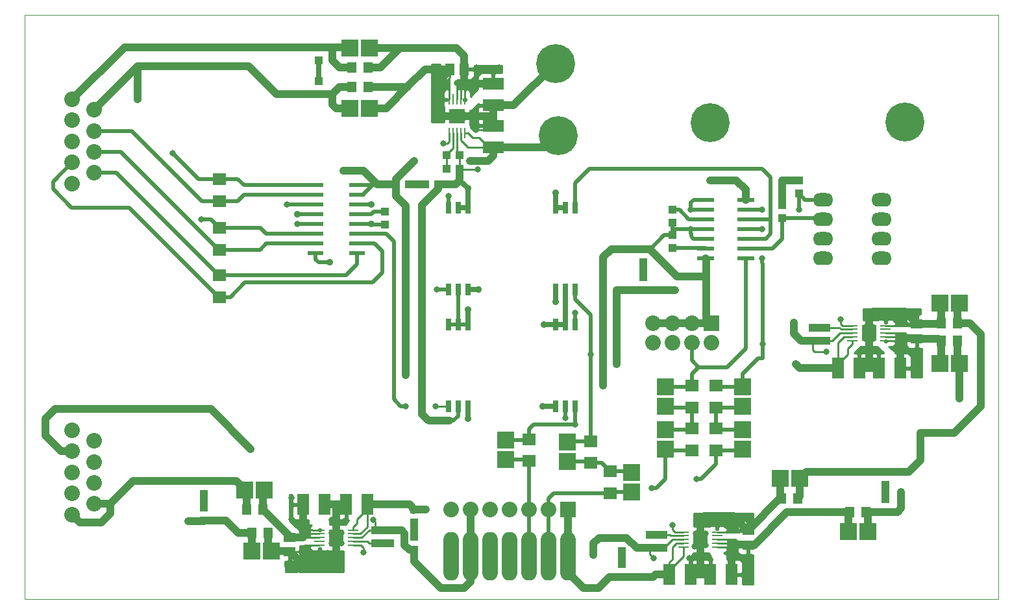
<source format=gtl>
G04 #@! TF.GenerationSoftware,KiCad,Pcbnew,(2018-01-07 revision 6cee19d37)-makepkg*
G04 #@! TF.CreationDate,2018-01-30T19:24:48-07:00*
G04 #@! TF.ProjectId,Copper Receiver Module,436F7070657220526563656976657220,0.1*
G04 #@! TF.SameCoordinates,Original*
G04 #@! TF.FileFunction,Copper,L1,Top,Signal*
G04 #@! TF.FilePolarity,Positive*
%FSLAX46Y46*%
G04 Gerber Fmt 4.6, Leading zero omitted, Abs format (unit mm)*
G04 Created by KiCad (PCBNEW (2018-01-07 revision 6cee19d37)-makepkg) date 01/30/18 19:24:48*
%MOMM*%
%LPD*%
G01*
G04 APERTURE LIST*
%ADD10C,0.100000*%
%ADD11R,2.700000X1.600000*%
%ADD12R,1.600000X2.700000*%
%ADD13O,2.032000X6.350000*%
%ADD14R,1.200000X1.350000*%
%ADD15R,2.286000X2.286000*%
%ADD16O,2.641600X1.778000*%
%ADD17R,2.032000X2.032000*%
%ADD18O,2.032000X2.032000*%
%ADD19C,2.032000*%
%ADD20C,5.080000*%
%ADD21R,2.159000X1.930400*%
%ADD22R,0.279400X1.397000*%
%ADD23R,1.100000X1.000000*%
%ADD24R,1.000000X1.100000*%
%ADD25R,1.300000X1.500000*%
%ADD26R,1.500000X1.300000*%
%ADD27R,1.930400X2.159000*%
%ADD28R,1.397000X0.279400*%
%ADD29R,2.057400X0.609600*%
%ADD30R,2.200000X0.600000*%
%ADD31R,0.762000X1.524000*%
%ADD32R,1.803000X1.600000*%
%ADD33C,0.800000*%
%ADD34C,0.906399*%
%ADD35C,0.254000*%
%ADD36C,1.016000*%
%ADD37C,0.635000*%
%ADD38C,0.508000*%
%ADD39C,0.279000*%
G04 APERTURE END LIST*
D10*
X190500000Y-50800000D02*
X63500000Y-50800000D01*
X190500000Y-127000000D02*
X190500000Y-50800000D01*
X63500000Y-127000000D02*
X190500000Y-127000000D01*
X63500000Y-50800000D02*
X63500000Y-127000000D01*
D11*
X124587000Y-65275000D03*
X124587000Y-68075000D03*
D12*
X172339000Y-96901000D03*
X169539000Y-96901000D03*
X150371000Y-123825000D03*
X147571000Y-123825000D03*
X105407000Y-114681000D03*
X108207000Y-114681000D03*
D13*
X134366000Y-121412000D03*
X131826000Y-121412000D03*
X129286000Y-121412000D03*
X126746000Y-121412000D03*
X124206000Y-121412000D03*
X121666000Y-121412000D03*
X119126000Y-121412000D03*
D14*
X106188000Y-57658000D03*
X108288000Y-57658000D03*
D15*
X126238000Y-106299000D03*
X126238000Y-108839000D03*
X157099000Y-101854000D03*
X157099000Y-99314000D03*
X147066000Y-101854000D03*
X147066000Y-99314000D03*
X134239000Y-109093000D03*
X134239000Y-106553000D03*
X142621000Y-113030000D03*
X142621000Y-110490000D03*
X157099000Y-107442000D03*
X157099000Y-104902000D03*
X147066000Y-107442000D03*
X147066000Y-104902000D03*
X105918000Y-55118000D03*
X108458000Y-55118000D03*
X105918000Y-62992000D03*
X108458000Y-62992000D03*
X185420000Y-96266000D03*
X182880000Y-96266000D03*
X185420000Y-88392000D03*
X182880000Y-88392000D03*
X173482000Y-118237000D03*
X170942000Y-118237000D03*
X164592000Y-111252000D03*
X162052000Y-111252000D03*
X92202000Y-112776000D03*
X94742000Y-112776000D03*
X93091000Y-120777000D03*
X95631000Y-120777000D03*
D16*
X175260000Y-82550000D03*
X175260000Y-80010000D03*
X167640000Y-82550000D03*
X167640000Y-80010000D03*
X175260000Y-74930000D03*
X175260000Y-77470000D03*
X167640000Y-77470000D03*
X167640000Y-74930000D03*
D17*
X153035000Y-91059000D03*
D18*
X153035000Y-93599000D03*
X150495000Y-91059000D03*
X150495000Y-93599000D03*
X147955000Y-91059000D03*
X147955000Y-93599000D03*
X145415000Y-91059000D03*
X145415000Y-93599000D03*
D19*
X72542400Y-114604800D03*
X72542400Y-111861600D03*
X72542400Y-109118400D03*
X72542400Y-106375200D03*
X69697600Y-115976400D03*
X69697600Y-113233200D03*
X69697600Y-110490000D03*
X69697600Y-107746800D03*
X69697600Y-105003600D03*
X72542400Y-71424800D03*
X72542400Y-68681600D03*
X72542400Y-65938400D03*
X72542400Y-63195200D03*
X69697600Y-72796400D03*
X69697600Y-70053200D03*
X69697600Y-67310000D03*
X69697600Y-64566800D03*
X69697600Y-61823600D03*
D20*
X178308000Y-64770000D03*
X132715000Y-57150000D03*
X152908000Y-64897000D03*
X133096000Y-66548000D03*
D21*
X119888000Y-64008000D03*
D22*
X120888759Y-66192400D03*
X120388381Y-66192400D03*
X119888000Y-66192400D03*
X119387619Y-66192400D03*
X118887241Y-66192400D03*
X118887241Y-61823600D03*
X119387619Y-61823600D03*
X119888000Y-61823600D03*
X120388381Y-61823600D03*
X120888759Y-61823600D03*
D23*
X141351000Y-124167000D03*
X141351000Y-122467000D03*
D24*
X175768000Y-110402000D03*
X175768000Y-112102000D03*
X86868000Y-116801000D03*
X86868000Y-115101000D03*
X101854000Y-61175000D03*
X101854000Y-59475000D03*
D23*
X117436000Y-72898000D03*
X115736000Y-72898000D03*
D24*
X144145000Y-81358000D03*
X144145000Y-83058000D03*
X141351000Y-119038000D03*
X141351000Y-120738000D03*
X114300000Y-115316000D03*
X114300000Y-117016000D03*
X111125000Y-118022000D03*
X111125000Y-119722000D03*
X145034000Y-120357000D03*
X145034000Y-118657000D03*
X166243000Y-93306000D03*
X166243000Y-91606000D03*
D23*
X120230000Y-70866000D03*
X118530000Y-70866000D03*
D11*
X124587000Y-62614000D03*
X124587000Y-59814000D03*
D25*
X118938000Y-57912000D03*
X120838000Y-57912000D03*
D26*
X179832000Y-91125000D03*
X179832000Y-93025000D03*
D12*
X174876000Y-96901000D03*
X177676000Y-96901000D03*
X152905000Y-123825000D03*
X155705000Y-123825000D03*
D26*
X157861000Y-118049000D03*
X157861000Y-119949000D03*
X98044000Y-120838000D03*
X98044000Y-118938000D03*
D12*
X102619000Y-114681000D03*
X99819000Y-114681000D03*
D27*
X151638000Y-119253000D03*
D28*
X149453600Y-120253759D03*
X149453600Y-119753381D03*
X149453600Y-119253000D03*
X149453600Y-118752619D03*
X149453600Y-118252241D03*
X153822400Y-118252241D03*
X153822400Y-118752619D03*
X153822400Y-119253000D03*
X153822400Y-119753381D03*
X153822400Y-120253759D03*
D27*
X104140000Y-118999000D03*
D28*
X106324400Y-117998241D03*
X106324400Y-118498619D03*
X106324400Y-118999000D03*
X106324400Y-119499381D03*
X106324400Y-119999759D03*
X101955600Y-119999759D03*
X101955600Y-119499381D03*
X101955600Y-118999000D03*
X101955600Y-118498619D03*
X101955600Y-117998241D03*
D27*
X173609000Y-92329000D03*
D28*
X171424600Y-93329759D03*
X171424600Y-92829381D03*
X171424600Y-92329000D03*
X171424600Y-91828619D03*
X171424600Y-91328241D03*
X175793400Y-91328241D03*
X175793400Y-91828619D03*
X175793400Y-92329000D03*
X175793400Y-92829381D03*
X175793400Y-93329759D03*
D29*
X106840000Y-73025000D03*
X106840000Y-74295000D03*
X106840000Y-75565000D03*
X106840000Y-76835000D03*
X106840000Y-78105000D03*
X106840000Y-79375000D03*
X106840000Y-80645000D03*
X106840000Y-81915000D03*
X101440000Y-81915000D03*
X101440000Y-80645000D03*
X101440000Y-79375000D03*
X101440000Y-78105000D03*
X101440000Y-76835000D03*
X101440000Y-75565000D03*
X101440000Y-74295000D03*
X101440000Y-73025000D03*
D30*
X157540000Y-82550000D03*
X157540000Y-80010000D03*
X152340000Y-82550000D03*
X152340000Y-80010000D03*
X157540000Y-81280000D03*
X152340000Y-81280000D03*
X157540000Y-78740000D03*
X157540000Y-77470000D03*
X157540000Y-74930000D03*
X152340000Y-78740000D03*
X152340000Y-77470000D03*
X152340000Y-74930000D03*
X157540000Y-76200000D03*
X152340000Y-76200000D03*
D31*
X118745000Y-75965000D03*
X120015000Y-75965000D03*
X121285000Y-75965000D03*
X132715000Y-86595000D03*
X133985000Y-86595000D03*
X135255000Y-86595000D03*
X135255000Y-75965000D03*
X133985000Y-75965000D03*
X132715000Y-75965000D03*
X121285000Y-86595000D03*
X120015000Y-86595000D03*
X118745000Y-86595000D03*
X118745000Y-91205000D03*
X120015000Y-91205000D03*
X121285000Y-91205000D03*
X132715000Y-101835000D03*
X133985000Y-101835000D03*
X135255000Y-101835000D03*
X135255000Y-91205000D03*
X133985000Y-91205000D03*
X132715000Y-91205000D03*
X121285000Y-101835000D03*
X120015000Y-101835000D03*
X118745000Y-101835000D03*
D14*
X106188000Y-60198000D03*
X108288000Y-60198000D03*
X185150000Y-93345000D03*
X183050000Y-93345000D03*
X185150000Y-91059000D03*
X183050000Y-91059000D03*
X173212000Y-115697000D03*
X171112000Y-115697000D03*
X164322000Y-113919000D03*
X162222000Y-113919000D03*
X92472000Y-115316000D03*
X94572000Y-115316000D03*
X93107000Y-118364000D03*
X95207000Y-118364000D03*
D32*
X88900000Y-72238000D03*
X88900000Y-75082000D03*
X88900000Y-78588000D03*
X88900000Y-81432000D03*
X88900000Y-84786000D03*
X88900000Y-87630000D03*
D23*
X110490000Y-76493000D03*
X110490000Y-78193000D03*
X162306000Y-77304000D03*
X162306000Y-75604000D03*
X164465000Y-74129000D03*
X164465000Y-72429000D03*
X147955000Y-76239000D03*
X147955000Y-77939000D03*
X147955000Y-81241000D03*
X147955000Y-79541000D03*
D32*
X153670000Y-102006000D03*
X153670000Y-99162000D03*
X153670000Y-107594000D03*
X153670000Y-104750000D03*
X150495000Y-102006000D03*
X150495000Y-99162000D03*
X150495000Y-107594000D03*
X150495000Y-104750000D03*
X137287000Y-106401000D03*
X137287000Y-109245000D03*
X139827000Y-110338000D03*
X139827000Y-113182000D03*
X129286000Y-106147000D03*
X129286000Y-108991000D03*
D23*
X175768000Y-115658000D03*
X175768000Y-113958000D03*
X86868000Y-111633000D03*
X86868000Y-113333000D03*
X101854000Y-55030000D03*
X101854000Y-56730000D03*
D24*
X111926000Y-72898000D03*
X113626000Y-72898000D03*
D23*
X144145000Y-86741000D03*
X144145000Y-85041000D03*
X114300000Y-118911000D03*
X114300000Y-120611000D03*
X109220000Y-119722000D03*
X109220000Y-118022000D03*
X146812000Y-118657000D03*
X146812000Y-120357000D03*
D24*
X118530000Y-69088000D03*
X120230000Y-69088000D03*
D23*
X168021000Y-91606000D03*
X168021000Y-93306000D03*
D17*
X134366000Y-115316000D03*
D18*
X131826000Y-115316000D03*
X129286000Y-115316000D03*
X126746000Y-115316000D03*
X124206000Y-115316000D03*
X121666000Y-115316000D03*
X119126000Y-115316000D03*
D33*
X119253000Y-64516000D03*
X120523000Y-64516000D03*
X120523000Y-63500000D03*
X119253000Y-63500000D03*
X173101000Y-93091000D03*
X173101000Y-91567000D03*
X174117000Y-91567000D03*
X174117000Y-93091000D03*
X174879000Y-94742000D03*
X152527000Y-121412000D03*
X151638000Y-123825000D03*
X150876000Y-120142000D03*
X152273000Y-120015000D03*
X152273000Y-118491000D03*
X151003000Y-118491000D03*
X108966000Y-116713000D03*
X103505000Y-116713000D03*
X104013000Y-114681000D03*
X104775000Y-118364000D03*
X104775000Y-119761000D03*
X103505000Y-119761000D03*
X103505000Y-118364000D03*
X122555000Y-70958000D03*
X122348000Y-65786000D03*
D34*
X121539000Y-69850000D03*
X131064000Y-101854000D03*
X138938000Y-99187000D03*
X132715000Y-88265000D03*
X138938000Y-83693000D03*
D33*
X150368000Y-78740000D03*
X150368000Y-76200000D03*
X172339000Y-94742000D03*
X168021000Y-94742000D03*
D34*
X152400000Y-84963000D03*
X163830000Y-90932000D03*
X140716000Y-96393000D03*
D33*
X133985000Y-103378000D03*
D34*
X131191000Y-91186000D03*
X162306000Y-72390000D03*
X152908000Y-72390000D03*
X140716000Y-86741000D03*
X148336000Y-86741000D03*
X164084000Y-96393000D03*
X180289201Y-105359201D03*
X84836000Y-116840000D03*
X78232000Y-61849000D03*
X115316000Y-89281000D03*
X103290000Y-83097000D03*
X121285000Y-73406000D03*
X113157000Y-97790000D03*
X114300000Y-69850000D03*
D33*
X150180600Y-121666000D03*
X145539000Y-121666000D03*
D34*
X137668000Y-121285000D03*
X115816000Y-115316000D03*
D33*
X105322000Y-116726600D03*
X122047000Y-60579000D03*
X122428000Y-57658000D03*
X125349000Y-57658000D03*
X118110000Y-67564000D03*
X119888000Y-59690000D03*
X180086000Y-94615000D03*
X177038000Y-94361000D03*
X180086000Y-97663000D03*
X169926000Y-90551000D03*
X177676000Y-92967000D03*
X158242000Y-121539000D03*
X158242000Y-124841000D03*
X147955000Y-117348000D03*
X155705000Y-119891000D03*
X98298000Y-116586000D03*
X98298000Y-113792000D03*
X99819000Y-118929000D03*
X107696000Y-120904000D03*
X82804000Y-68834000D03*
X97663000Y-75565000D03*
X118745000Y-74422000D03*
X117221000Y-86614000D03*
X86487000Y-77470000D03*
X113157000Y-101854000D03*
X164465000Y-76200000D03*
X159639000Y-76200000D03*
X159766000Y-93726000D03*
X159639000Y-82550000D03*
X159639000Y-78740000D03*
X137287000Y-95123000D03*
X135255000Y-104251201D03*
X135255000Y-89662000D03*
X151130000Y-111379000D03*
D34*
X115316000Y-83058000D03*
D33*
X117094000Y-101854000D03*
D34*
X132715000Y-74041000D03*
D33*
X113157000Y-84455000D03*
D34*
X121285000Y-89281000D03*
X121285000Y-103505000D03*
D33*
X145288000Y-112522000D03*
D34*
X185420000Y-100838000D03*
X177800000Y-113030000D03*
X92964000Y-107442000D03*
D33*
X99060000Y-78105000D03*
D34*
X122682000Y-86614000D03*
X108712000Y-75565000D03*
X108712000Y-78105000D03*
D33*
X105029000Y-71120000D03*
D34*
X99060000Y-76835000D03*
D35*
X120888759Y-66192400D02*
X121310400Y-66192400D01*
X121310400Y-66192400D02*
X121920000Y-66802000D01*
X121920000Y-66802000D02*
X122764000Y-66802000D01*
X122764000Y-66802000D02*
X124037000Y-68075000D01*
X124037000Y-68075000D02*
X124587000Y-68075000D01*
X121288000Y-68075000D02*
X124587000Y-68075000D01*
X171424600Y-93329759D02*
X171424600Y-93751400D01*
X171424600Y-93751400D02*
X170815000Y-94361000D01*
X170815000Y-94361000D02*
X170815000Y-95075000D01*
X170815000Y-95075000D02*
X169539000Y-96351000D01*
X169539000Y-96351000D02*
X169539000Y-96901000D01*
X169539000Y-93605000D02*
X169539000Y-96901000D01*
D36*
X93107000Y-118364000D02*
X93107000Y-120761000D01*
X93107000Y-120761000D02*
X93091000Y-120777000D01*
X89750000Y-116801000D02*
X91313000Y-118364000D01*
X86868000Y-116801000D02*
X89750000Y-116801000D01*
X91313000Y-118364000D02*
X93107000Y-118364000D01*
D35*
X106834941Y-117094000D02*
X106834941Y-116603059D01*
X106834941Y-116603059D02*
X108207000Y-115231000D01*
X108207000Y-115231000D02*
X108207000Y-114681000D01*
X106324400Y-117998241D02*
X106324400Y-117604541D01*
X106324400Y-117604541D02*
X106834941Y-117094000D01*
X107297315Y-118498619D02*
X108207000Y-117588934D01*
X106324400Y-118498619D02*
X107297315Y-118498619D01*
X108207000Y-117588934D02*
X108207000Y-114681000D01*
D36*
X95631000Y-120777000D02*
X97983000Y-120777000D01*
X97983000Y-120777000D02*
X98044000Y-120838000D01*
X95207000Y-118364000D02*
X95207000Y-120353000D01*
X95207000Y-120353000D02*
X95631000Y-120777000D01*
D35*
X109189515Y-116936515D02*
X108966000Y-116713000D01*
X109220000Y-116936515D02*
X109189515Y-116936515D01*
X122348000Y-65786000D02*
X124076000Y-65786000D01*
X124076000Y-65786000D02*
X124587000Y-65275000D01*
D36*
X124587000Y-62614000D02*
X127251000Y-62614000D01*
X124587000Y-62614000D02*
X124587000Y-64008000D01*
X124587000Y-65275000D02*
X124587000Y-64008000D01*
X119888000Y-64008000D02*
X124587000Y-64008000D01*
D35*
X122555000Y-70958000D02*
X120322000Y-70958000D01*
X120322000Y-70958000D02*
X120230000Y-70866000D01*
X120388381Y-67175381D02*
X121288000Y-68075000D01*
X120388381Y-66192400D02*
X120388381Y-67175381D01*
D36*
X124587000Y-68075000D02*
X131569000Y-68075000D01*
X131569000Y-68075000D02*
X133096000Y-66548000D01*
X123952000Y-69850000D02*
X124587000Y-69215000D01*
X121539000Y-69850000D02*
X123952000Y-69850000D01*
X124587000Y-69215000D02*
X124587000Y-68075000D01*
D35*
X172339000Y-94742000D02*
X172339000Y-96901000D01*
D36*
X173609000Y-96901000D02*
X172339000Y-96901000D01*
X173609000Y-96901000D02*
X174876000Y-96901000D01*
X173609000Y-92329000D02*
X173609000Y-96901000D01*
X147955000Y-91059000D02*
X145415000Y-91059000D01*
X150495000Y-91059000D02*
X147955000Y-91059000D01*
X153035000Y-91059000D02*
X150495000Y-91059000D01*
X152400000Y-84963000D02*
X152400000Y-90424000D01*
X152400000Y-90424000D02*
X153035000Y-91059000D01*
D37*
X131064000Y-101854000D02*
X132696000Y-101854000D01*
X132696000Y-101854000D02*
X132715000Y-101835000D01*
D36*
X138938000Y-83693000D02*
X138938000Y-99187000D01*
D37*
X132715000Y-88265000D02*
X132715000Y-86595000D01*
D36*
X138938000Y-82423000D02*
X138938000Y-83693000D01*
X139995000Y-81366000D02*
X138938000Y-82423000D01*
X142621000Y-81366000D02*
X139995000Y-81366000D01*
X144145000Y-81358000D02*
X142629000Y-81358000D01*
X142629000Y-81358000D02*
X142621000Y-81366000D01*
D38*
X147955000Y-79541000D02*
X146897000Y-79541000D01*
X146897000Y-79541000D02*
X145080000Y-81358000D01*
X145080000Y-81358000D02*
X144985000Y-81358000D01*
D36*
X144985000Y-81358000D02*
X148590000Y-84963000D01*
X148590000Y-84963000D02*
X149352000Y-84963000D01*
X144145000Y-81358000D02*
X144985000Y-81358000D01*
D38*
X147955000Y-78740000D02*
X147955000Y-79541000D01*
X147955000Y-77939000D02*
X147955000Y-78740000D01*
X150368000Y-78740000D02*
X147955000Y-78740000D01*
X150749000Y-74930000D02*
X150368000Y-75311000D01*
X152340000Y-74930000D02*
X150749000Y-74930000D01*
X150368000Y-75311000D02*
X150368000Y-76200000D01*
X150437315Y-79375000D02*
X150437315Y-79715315D01*
X150437315Y-79715315D02*
X150732000Y-80010000D01*
X150732000Y-80010000D02*
X152340000Y-80010000D01*
X150368000Y-78740000D02*
X150368000Y-79305685D01*
X150368000Y-79305685D02*
X150437315Y-79375000D01*
X150368000Y-78740000D02*
X152340000Y-78740000D01*
X152340000Y-76200000D02*
X150368000Y-76200000D01*
D35*
X166497000Y-94742000D02*
X168021000Y-94742000D01*
X166243000Y-94488000D02*
X166497000Y-94742000D01*
X166243000Y-93306000D02*
X166243000Y-94488000D01*
X175793400Y-91328241D02*
X179628759Y-91328241D01*
X179628759Y-91328241D02*
X179832000Y-91125000D01*
D36*
X152400000Y-84963000D02*
X152400000Y-82610000D01*
X152400000Y-82610000D02*
X152340000Y-82550000D01*
X152400000Y-84963000D02*
X149352000Y-84963000D01*
X163830000Y-92409000D02*
X163830000Y-90932000D01*
X166243000Y-93306000D02*
X164727000Y-93306000D01*
X164727000Y-93306000D02*
X163830000Y-92409000D01*
X168021000Y-93306000D02*
X166243000Y-93306000D01*
D35*
X168825000Y-93306000D02*
X169802000Y-92329000D01*
X168021000Y-93306000D02*
X168825000Y-93306000D01*
X169802000Y-92329000D02*
X171424600Y-92329000D01*
D36*
X183050000Y-91059000D02*
X183050000Y-88562000D01*
X183050000Y-88562000D02*
X182880000Y-88392000D01*
X179832000Y-91125000D02*
X182984000Y-91125000D01*
X182984000Y-91125000D02*
X183050000Y-91059000D01*
X178308000Y-89535000D02*
X174117000Y-89535000D01*
X174117000Y-89535000D02*
X173609000Y-90043000D01*
X179832000Y-91059000D02*
X178308000Y-89535000D01*
X179832000Y-91125000D02*
X179832000Y-91059000D01*
X173609000Y-92329000D02*
X173609000Y-90043000D01*
D35*
X170314619Y-92829381D02*
X169539000Y-93605000D01*
D36*
X169539000Y-96901000D02*
X164592000Y-96901000D01*
X164592000Y-96901000D02*
X164084000Y-96393000D01*
X140716000Y-86741000D02*
X140716000Y-96393000D01*
D38*
X133985000Y-103105000D02*
X133985000Y-103378000D01*
X133985000Y-101835000D02*
X133985000Y-103105000D01*
D37*
X133985000Y-91205000D02*
X133985000Y-86595000D01*
X132715000Y-91205000D02*
X133985000Y-91205000D01*
X131191000Y-91186000D02*
X132696000Y-91186000D01*
X132696000Y-91186000D02*
X132715000Y-91205000D01*
X132715000Y-75965000D02*
X133985000Y-75965000D01*
X132715000Y-74041000D02*
X132715000Y-75965000D01*
D36*
X162306000Y-72390000D02*
X162306000Y-75604000D01*
X162306000Y-72390000D02*
X164426000Y-72390000D01*
X164426000Y-72390000D02*
X164465000Y-72429000D01*
X152908000Y-72390000D02*
X156316000Y-72390000D01*
X156316000Y-72390000D02*
X157540000Y-73614000D01*
X157540000Y-73614000D02*
X157540000Y-74930000D01*
X144145000Y-86741000D02*
X140716000Y-86741000D01*
X145711000Y-86741000D02*
X148336000Y-86741000D01*
X144145000Y-86741000D02*
X145711000Y-86741000D01*
D35*
X171424600Y-92829381D02*
X170314619Y-92829381D01*
D36*
X175768000Y-113958000D02*
X175768000Y-112102000D01*
X188214000Y-101854000D02*
X188214000Y-92507000D01*
X188214000Y-92507000D02*
X186766000Y-91059000D01*
X186766000Y-91059000D02*
X185150000Y-91059000D01*
X184708799Y-105359201D02*
X188214000Y-101854000D01*
X180289201Y-105359201D02*
X184708799Y-105359201D01*
X185150000Y-91059000D02*
X185150000Y-88662000D01*
X185150000Y-88662000D02*
X185420000Y-88392000D01*
X175768000Y-110402000D02*
X165442000Y-110402000D01*
X165442000Y-110402000D02*
X164592000Y-111252000D01*
X180289201Y-108915201D02*
X178802402Y-110402000D01*
X180289201Y-105359201D02*
X180289201Y-108915201D01*
X178802402Y-110402000D02*
X175768000Y-110402000D01*
X164592000Y-111252000D02*
X164592000Y-113649000D01*
X164592000Y-113649000D02*
X164322000Y-113919000D01*
X84836000Y-116840000D02*
X86829000Y-116840000D01*
X86829000Y-116840000D02*
X86868000Y-116801000D01*
X86868000Y-115101000D02*
X86868000Y-113333000D01*
X78232000Y-61849000D02*
X78232000Y-57556400D01*
X78232000Y-57556400D02*
X78206600Y-57531000D01*
X78206600Y-57531000D02*
X92661000Y-57531000D01*
X92661000Y-57531000D02*
X96305000Y-61175000D01*
X72542400Y-63195200D02*
X78206600Y-57531000D01*
X96305000Y-61175000D02*
X101854000Y-61175000D01*
X127251000Y-62614000D02*
X132715000Y-57150000D01*
D38*
X118872000Y-103759000D02*
X119361000Y-103759000D01*
X119361000Y-103759000D02*
X120015000Y-103105000D01*
X120015000Y-103105000D02*
X120015000Y-101835000D01*
D36*
X116205000Y-103759000D02*
X118872000Y-103759000D01*
X116078000Y-103632000D02*
X116205000Y-103759000D01*
X115316000Y-102870000D02*
X116078000Y-103632000D01*
X115316000Y-95504000D02*
X115316000Y-102870000D01*
D37*
X121285000Y-89281000D02*
X121285000Y-91205000D01*
D38*
X120015000Y-91205000D02*
X120015000Y-86595000D01*
X120015000Y-91205000D02*
X121285000Y-91205000D01*
X118745000Y-91205000D02*
X120015000Y-91205000D01*
D36*
X115316000Y-89281000D02*
X115316000Y-95504000D01*
X115316000Y-83058000D02*
X115316000Y-89281000D01*
D38*
X108712000Y-75565000D02*
X106840000Y-75565000D01*
X106840000Y-78105000D02*
X108712000Y-78105000D01*
X110490000Y-78193000D02*
X108800000Y-78193000D01*
X108800000Y-78193000D02*
X108712000Y-78105000D01*
X103290000Y-83097000D02*
X101809200Y-83097000D01*
X101809200Y-83097000D02*
X101440000Y-82727800D01*
X101440000Y-82727800D02*
X101440000Y-81915000D01*
D36*
X117436000Y-73522402D02*
X115316000Y-75642402D01*
X117436000Y-72898000D02*
X117436000Y-73522402D01*
X115316000Y-75642402D02*
X115316000Y-83058000D01*
X117436000Y-72898000D02*
X119714000Y-72898000D01*
X119714000Y-72898000D02*
X120230000Y-72382000D01*
D37*
X120015000Y-75965000D02*
X121285000Y-75965000D01*
X120230000Y-72382000D02*
X121285000Y-73437000D01*
X121285000Y-73437000D02*
X121285000Y-75965000D01*
D36*
X120230000Y-70866000D02*
X120230000Y-72382000D01*
D35*
X120230000Y-69088000D02*
X120230000Y-70866000D01*
X119888000Y-66192400D02*
X119888000Y-68746000D01*
X119888000Y-68746000D02*
X120230000Y-69088000D01*
D36*
X117094000Y-59856000D02*
X117094000Y-63309500D01*
X117094000Y-63309500D02*
X117792500Y-64008000D01*
X117792500Y-64008000D02*
X119888000Y-64008000D01*
X118938000Y-57912000D02*
X118938000Y-58012000D01*
X118938000Y-58012000D02*
X117094000Y-59856000D01*
X113538000Y-60071000D02*
X115697000Y-57912000D01*
X110617000Y-62992000D02*
X113538000Y-60071000D01*
X108288000Y-60198000D02*
X113411000Y-60198000D01*
X113411000Y-60198000D02*
X113538000Y-60071000D01*
X108458000Y-62992000D02*
X110617000Y-62992000D01*
X115697000Y-57912000D02*
X118938000Y-57912000D01*
D35*
X118938000Y-57912000D02*
X118938000Y-58916000D01*
X118938000Y-58916000D02*
X118887241Y-58966759D01*
X118887241Y-58966759D02*
X118887241Y-60871100D01*
X118887241Y-60871100D02*
X118887241Y-61823600D01*
D37*
X122682000Y-86614000D02*
X121304000Y-86614000D01*
X121304000Y-86614000D02*
X121285000Y-86595000D01*
X121285000Y-103505000D02*
X121285000Y-101835000D01*
D36*
X113157000Y-84455000D02*
X113157000Y-97790000D01*
D38*
X99060000Y-76835000D02*
X101440000Y-76835000D01*
X109474000Y-72898000D02*
X108960900Y-72898000D01*
X108960900Y-72898000D02*
X107563900Y-74295000D01*
X107563900Y-74295000D02*
X106840000Y-74295000D01*
X109474000Y-72898000D02*
X109347000Y-73025000D01*
X109347000Y-73025000D02*
X106840000Y-73025000D01*
D36*
X109474000Y-72898000D02*
X107696000Y-71120000D01*
X107696000Y-71120000D02*
X105029000Y-71120000D01*
X111926000Y-72898000D02*
X109474000Y-72898000D01*
X111926000Y-72898000D02*
X111926000Y-74464000D01*
X111926000Y-74464000D02*
X113157000Y-75695000D01*
X113157000Y-75695000D02*
X113157000Y-83889315D01*
X113157000Y-83889315D02*
X113157000Y-84455000D01*
X114300000Y-69850000D02*
X111926000Y-72224000D01*
X111926000Y-72224000D02*
X111926000Y-72898000D01*
D37*
X101854000Y-56730000D02*
X101854000Y-59475000D01*
D36*
X103632000Y-61175000D02*
X103632000Y-61138000D01*
X103632000Y-61138000D02*
X104572000Y-60198000D01*
X104572000Y-60198000D02*
X106188000Y-60198000D01*
X101854000Y-61175000D02*
X103632000Y-61175000D01*
X105918000Y-62992000D02*
X104140000Y-62992000D01*
X104140000Y-62992000D02*
X103632000Y-62484000D01*
X103632000Y-62484000D02*
X103632000Y-61175000D01*
X113626000Y-72898000D02*
X115736000Y-72898000D01*
X144145000Y-85041000D02*
X144145000Y-83058000D01*
D35*
X150180600Y-121666000D02*
X150180600Y-123634600D01*
X150180600Y-123634600D02*
X150371000Y-123825000D01*
D36*
X151638000Y-123825000D02*
X150371000Y-123825000D01*
X151638000Y-123825000D02*
X152905000Y-123825000D01*
X151638000Y-119253000D02*
X151638000Y-123825000D01*
X113665000Y-114681000D02*
X108207000Y-114681000D01*
X113665000Y-114681000D02*
X114300000Y-115316000D01*
D35*
X145034000Y-120357000D02*
X145034000Y-121161000D01*
X145034000Y-121161000D02*
X145539000Y-121666000D01*
D36*
X137668000Y-119761000D02*
X137668000Y-121285000D01*
X138391000Y-119038000D02*
X137668000Y-119761000D01*
X141351000Y-119038000D02*
X138391000Y-119038000D01*
X145034000Y-120357000D02*
X143294402Y-120357000D01*
X143294402Y-120357000D02*
X141975402Y-119038000D01*
X141975402Y-119038000D02*
X141351000Y-119038000D01*
D35*
X146812000Y-120357000D02*
X146862000Y-120357000D01*
X146862000Y-120357000D02*
X147966000Y-119253000D01*
X147966000Y-119253000D02*
X148501100Y-119253000D01*
X148501100Y-119253000D02*
X149453600Y-119253000D01*
D36*
X145034000Y-120357000D02*
X146812000Y-120357000D01*
X151638000Y-119253000D02*
X151638000Y-116713000D01*
X151638000Y-116713000D02*
X152146000Y-116205000D01*
X152146000Y-116205000D02*
X155956000Y-116205000D01*
X155956000Y-116205000D02*
X155956000Y-116244000D01*
X155956000Y-116244000D02*
X157761000Y-118049000D01*
X157761000Y-118049000D02*
X157861000Y-118049000D01*
D35*
X156857000Y-118049000D02*
X156653759Y-118252241D01*
X157861000Y-118049000D02*
X156857000Y-118049000D01*
X156653759Y-118252241D02*
X153822400Y-118252241D01*
D36*
X162052000Y-111252000D02*
X162052000Y-113749000D01*
X162052000Y-113749000D02*
X162222000Y-113919000D01*
X162222000Y-113919000D02*
X161991000Y-113919000D01*
X161991000Y-113919000D02*
X157861000Y-118049000D01*
X114300000Y-115316000D02*
X115816000Y-115316000D01*
X114173000Y-115443000D02*
X114300000Y-115316000D01*
X141351000Y-120738000D02*
X141351000Y-122467000D01*
X114300000Y-118911000D02*
X114300000Y-117016000D01*
X104140000Y-114681000D02*
X104140000Y-118999000D01*
X104140000Y-114681000D02*
X102619000Y-114681000D01*
X105407000Y-114681000D02*
X104140000Y-114681000D01*
X121666000Y-121412000D02*
X121666000Y-115316000D01*
D35*
X109220000Y-116936515D02*
X109220000Y-118022000D01*
X105322000Y-115443000D02*
X105322000Y-116726600D01*
D36*
X120777000Y-125603000D02*
X117776000Y-125603000D01*
X121666000Y-124714000D02*
X120777000Y-125603000D01*
X121666000Y-121412000D02*
X121666000Y-124714000D01*
X114300000Y-120611000D02*
X114300000Y-122127000D01*
X114300000Y-122127000D02*
X117776000Y-125603000D01*
D35*
X109220000Y-118022000D02*
X108416000Y-118022000D01*
X108416000Y-118022000D02*
X107439000Y-118999000D01*
X107439000Y-118999000D02*
X107276900Y-118999000D01*
X107276900Y-118999000D02*
X106324400Y-118999000D01*
D36*
X111125000Y-118022000D02*
X109220000Y-118022000D01*
X111125000Y-118022000D02*
X112641000Y-118022000D01*
X112641000Y-118022000D02*
X113041999Y-118422999D01*
X113041999Y-118422999D02*
X113041999Y-119977401D01*
X113041999Y-119977401D02*
X113675598Y-120611000D01*
X113675598Y-120611000D02*
X114300000Y-120611000D01*
D35*
X100472241Y-119999759D02*
X99634000Y-120838000D01*
X99634000Y-120838000D02*
X98044000Y-120838000D01*
X101955600Y-119999759D02*
X100472241Y-119999759D01*
D36*
X99187000Y-121920000D02*
X103314500Y-121920000D01*
X103314500Y-121920000D02*
X104140000Y-121094500D01*
X104140000Y-121094500D02*
X104140000Y-118999000D01*
X98105000Y-120838000D02*
X99187000Y-121920000D01*
X98044000Y-120838000D02*
X98105000Y-120838000D01*
D35*
X109220000Y-119722000D02*
X108416000Y-119722000D01*
X108416000Y-119722000D02*
X108193381Y-119499381D01*
X108193381Y-119499381D02*
X107276900Y-119499381D01*
X107276900Y-119499381D02*
X106324400Y-119499381D01*
D36*
X111125000Y-119722000D02*
X109220000Y-119722000D01*
D35*
X146812000Y-118657000D02*
X147616000Y-118657000D01*
X147616000Y-118657000D02*
X147711619Y-118752619D01*
X147711619Y-118752619D02*
X148501100Y-118752619D01*
X148501100Y-118752619D02*
X149453600Y-118752619D01*
D36*
X145034000Y-118657000D02*
X146812000Y-118657000D01*
D35*
X149453600Y-120253759D02*
X149453600Y-121392400D01*
X149453600Y-121392400D02*
X147571000Y-123275000D01*
X147571000Y-123275000D02*
X147571000Y-123825000D01*
X149453600Y-119753381D02*
X148470619Y-119753381D01*
X148470619Y-119753381D02*
X147955000Y-120269000D01*
X147955000Y-120269000D02*
X147955000Y-121837000D01*
X147955000Y-121837000D02*
X147571000Y-122221000D01*
X147571000Y-122221000D02*
X147571000Y-123825000D01*
D36*
X145755000Y-123825000D02*
X145413000Y-124167000D01*
X147571000Y-123825000D02*
X145755000Y-123825000D01*
X145413000Y-124167000D02*
X141351000Y-124167000D01*
X134366000Y-121412000D02*
X134366000Y-115316000D01*
X138349000Y-125603000D02*
X136398000Y-125603000D01*
X136398000Y-125603000D02*
X134366000Y-123571000D01*
X134366000Y-123571000D02*
X134366000Y-121412000D01*
X141351000Y-124167000D02*
X139785000Y-124167000D01*
X139785000Y-124167000D02*
X138349000Y-125603000D01*
X168021000Y-91606000D02*
X166243000Y-91606000D01*
D35*
X168021000Y-91606000D02*
X169773248Y-91606000D01*
X169773248Y-91606000D02*
X169995867Y-91828619D01*
X169995867Y-91828619D02*
X170472100Y-91828619D01*
X170472100Y-91828619D02*
X171424600Y-91828619D01*
X118530000Y-69088000D02*
X118530000Y-70866000D01*
X119387619Y-66192400D02*
X119387619Y-68180381D01*
X119387619Y-68180381D02*
X118530000Y-69038000D01*
X118530000Y-69038000D02*
X118530000Y-69088000D01*
D36*
X120838000Y-59678000D02*
X120974000Y-59814000D01*
X120974000Y-59814000D02*
X124587000Y-59814000D01*
X112268000Y-55118000D02*
X119810000Y-55118000D01*
X108458000Y-55118000D02*
X112268000Y-55118000D01*
X108288000Y-57658000D02*
X109904000Y-57658000D01*
X109904000Y-57658000D02*
X112268000Y-55294000D01*
X112268000Y-55294000D02*
X112268000Y-55118000D01*
X119810000Y-55118000D02*
X120838000Y-56146000D01*
X120838000Y-56146000D02*
X120838000Y-57912000D01*
D35*
X118618000Y-67564000D02*
X118887241Y-67294759D01*
X118887241Y-67294759D02*
X118887241Y-66192400D01*
X118110000Y-67564000D02*
X118618000Y-67564000D01*
X120396000Y-59690000D02*
X120850000Y-59690000D01*
X119888000Y-59690000D02*
X120396000Y-59690000D01*
X120388381Y-61823600D02*
X120388381Y-59697619D01*
X120388381Y-59697619D02*
X120396000Y-59690000D01*
X120850000Y-59690000D02*
X120974000Y-59814000D01*
X119888000Y-61823600D02*
X119888000Y-59690000D01*
X120838000Y-59678000D02*
X120888759Y-59728759D01*
X120888759Y-59728759D02*
X120888759Y-61823600D01*
D36*
X120838000Y-57912000D02*
X120838000Y-59678000D01*
X120838000Y-59678000D02*
X120850000Y-59690000D01*
X177676000Y-92967000D02*
X177676000Y-96901000D01*
D35*
X175793400Y-92329000D02*
X177038000Y-92329000D01*
X177038000Y-92329000D02*
X177676000Y-92967000D01*
X175793400Y-92829381D02*
X177538381Y-92829381D01*
X177538381Y-92829381D02*
X177676000Y-92967000D01*
X175793400Y-93329759D02*
X177533759Y-93329759D01*
X177533759Y-93329759D02*
X177676000Y-93472000D01*
D36*
X183050000Y-93345000D02*
X183050000Y-96096000D01*
X183050000Y-96096000D02*
X182880000Y-96266000D01*
X177676000Y-92967000D02*
X179774000Y-92967000D01*
X179774000Y-92967000D02*
X179832000Y-93025000D01*
X179832000Y-93025000D02*
X182730000Y-93025000D01*
X182730000Y-93025000D02*
X183050000Y-93345000D01*
D35*
X169926000Y-91116685D02*
X170137556Y-91328241D01*
X170137556Y-91328241D02*
X171424600Y-91328241D01*
X169926000Y-90551000D02*
X169926000Y-91116685D01*
D36*
X171112000Y-115697000D02*
X162887402Y-115697000D01*
X162887402Y-115697000D02*
X158635402Y-119949000D01*
X158635402Y-119949000D02*
X157861000Y-119949000D01*
X170942000Y-118237000D02*
X170942000Y-115867000D01*
X170942000Y-115867000D02*
X171112000Y-115697000D01*
D35*
X153822400Y-119253000D02*
X155067000Y-119253000D01*
X155067000Y-119253000D02*
X155705000Y-119891000D01*
X153822400Y-119753381D02*
X155567381Y-119753381D01*
X155567381Y-119753381D02*
X155705000Y-119891000D01*
D36*
X155705000Y-120523000D02*
X155705000Y-119891000D01*
X155705000Y-122936000D02*
X155705000Y-120523000D01*
D35*
X153822400Y-120253759D02*
X155435759Y-120253759D01*
X155435759Y-120253759D02*
X155705000Y-120523000D01*
X147955000Y-117913685D02*
X148293556Y-118252241D01*
X148293556Y-118252241D02*
X149453600Y-118252241D01*
X147955000Y-117348000D02*
X147955000Y-117913685D01*
D36*
X155705000Y-119891000D02*
X157803000Y-119891000D01*
X99819000Y-117983000D02*
X99819000Y-114681000D01*
X94572000Y-115316000D02*
X94572000Y-112946000D01*
X94572000Y-112946000D02*
X94742000Y-112776000D01*
X98044000Y-118938000D02*
X98044000Y-118788000D01*
X98044000Y-118788000D02*
X94572000Y-115316000D01*
D35*
X101955600Y-118999000D02*
X99889000Y-118999000D01*
X99889000Y-118999000D02*
X99819000Y-118929000D01*
X101955600Y-118498619D02*
X100334619Y-118498619D01*
X100334619Y-118498619D02*
X99819000Y-117983000D01*
D36*
X99819000Y-117983000D02*
X99819000Y-118929000D01*
D35*
X101955600Y-117998241D02*
X101003100Y-117998241D01*
X101003100Y-117998241D02*
X100987859Y-117983000D01*
X100987859Y-117983000D02*
X99819000Y-117983000D01*
D36*
X99819000Y-118929000D02*
X99810000Y-118938000D01*
X99810000Y-118938000D02*
X98044000Y-118938000D01*
D35*
X107696000Y-120338315D02*
X107357444Y-119999759D01*
X107357444Y-119999759D02*
X106324400Y-119999759D01*
X107696000Y-120904000D02*
X107696000Y-120338315D01*
D38*
X86208000Y-72238000D02*
X87490500Y-72238000D01*
X82804000Y-68834000D02*
X86208000Y-72238000D01*
X87490500Y-72238000D02*
X88900000Y-72238000D01*
X86639000Y-75082000D02*
X77495400Y-65938400D01*
X88900000Y-75082000D02*
X86639000Y-75082000D01*
X77495400Y-65938400D02*
X72542400Y-65938400D01*
X97663000Y-75565000D02*
X101440000Y-75565000D01*
X118745000Y-75965000D02*
X118745000Y-74422000D01*
X117221000Y-86614000D02*
X118726000Y-86614000D01*
X118726000Y-86614000D02*
X118745000Y-86595000D01*
X86487000Y-77470000D02*
X87782000Y-77470000D01*
X87782000Y-77470000D02*
X88900000Y-78588000D01*
X76048100Y-68681600D02*
X72542400Y-68681600D01*
X105360000Y-84786000D02*
X106840000Y-83306000D01*
X106840000Y-83306000D02*
X106840000Y-81915000D01*
X88900000Y-84786000D02*
X105360000Y-84786000D01*
X77114500Y-75946000D02*
X69596000Y-75946000D01*
X69596000Y-75946000D02*
X67183000Y-73533000D01*
X67183000Y-73533000D02*
X67183000Y-72567800D01*
X67183000Y-72567800D02*
X69697600Y-70053200D01*
X88798500Y-87630000D02*
X77114500Y-75946000D01*
X110109000Y-81661000D02*
X109093000Y-80645000D01*
X109093000Y-80645000D02*
X106840000Y-80645000D01*
X110109000Y-84455000D02*
X110109000Y-81661000D01*
X108839000Y-85725000D02*
X110109000Y-84455000D01*
X92214500Y-85725000D02*
X108839000Y-85725000D01*
X88900000Y-87630000D02*
X90309500Y-87630000D01*
X90309500Y-87630000D02*
X92214500Y-85725000D01*
X112522000Y-101854000D02*
X111633000Y-100965000D01*
X111633000Y-100965000D02*
X111633000Y-80391000D01*
X113157000Y-101854000D02*
X112522000Y-101854000D01*
X110617000Y-79375000D02*
X111633000Y-80391000D01*
X108376700Y-79375000D02*
X110617000Y-79375000D01*
X106840000Y-79375000D02*
X108376700Y-79375000D01*
X108712000Y-76835000D02*
X109054000Y-76493000D01*
X109054000Y-76493000D02*
X110490000Y-76493000D01*
X106840000Y-76835000D02*
X108712000Y-76835000D01*
X164465000Y-74129000D02*
X164465000Y-76200000D01*
X167640000Y-74930000D02*
X165266000Y-74930000D01*
X165266000Y-74930000D02*
X164465000Y-74129000D01*
X157540000Y-76200000D02*
X159639000Y-76200000D01*
X148883000Y-76239000D02*
X150114000Y-77470000D01*
X150114000Y-77470000D02*
X152340000Y-77470000D01*
X147955000Y-76239000D02*
X148883000Y-76239000D01*
X159639000Y-70866000D02*
X160782000Y-72009000D01*
X137160000Y-70866000D02*
X159639000Y-70866000D01*
X135255000Y-72771000D02*
X137160000Y-70866000D01*
X135255000Y-75965000D02*
X135255000Y-72771000D01*
X160782000Y-77470000D02*
X160782000Y-77216000D01*
X160782000Y-77216000D02*
X160782000Y-72263000D01*
X160782000Y-72009000D02*
X160782000Y-77216000D01*
X160782000Y-79375000D02*
X160782000Y-77470000D01*
X157540000Y-77470000D02*
X159148000Y-77470000D01*
X159148000Y-77470000D02*
X160782000Y-77470000D01*
X160147000Y-80010000D02*
X160782000Y-79375000D01*
X157540000Y-80010000D02*
X160147000Y-80010000D01*
X159766000Y-83242685D02*
X159766000Y-93726000D01*
X159766000Y-93726000D02*
X159766000Y-95631000D01*
X157099000Y-99314000D02*
X153822000Y-99314000D01*
X153822000Y-99314000D02*
X153670000Y-99162000D01*
X159639000Y-82550000D02*
X159639000Y-83115685D01*
X159639000Y-83115685D02*
X159766000Y-83242685D01*
X159766000Y-95631000D02*
X159131000Y-95631000D01*
X159131000Y-95631000D02*
X157099000Y-97663000D01*
X157099000Y-97663000D02*
X157099000Y-99314000D01*
X157540000Y-78740000D02*
X159639000Y-78740000D01*
X147955000Y-81241000D02*
X152301000Y-81241000D01*
X152301000Y-81241000D02*
X152340000Y-81280000D01*
X162306000Y-77304000D02*
X167474000Y-77304000D01*
X167474000Y-77304000D02*
X167640000Y-77470000D01*
X162306000Y-77304000D02*
X162306000Y-80001202D01*
X162306000Y-80001202D02*
X161027202Y-81280000D01*
X161027202Y-81280000D02*
X159148000Y-81280000D01*
X159148000Y-81280000D02*
X157540000Y-81280000D01*
X147066000Y-99314000D02*
X150343000Y-99314000D01*
X150343000Y-99314000D02*
X150495000Y-99162000D01*
X151384000Y-96774000D02*
X150495000Y-95885000D01*
X150495000Y-95885000D02*
X150495000Y-93599000D01*
X157540000Y-94301000D02*
X155067000Y-96774000D01*
X157540000Y-82550000D02*
X157540000Y-94301000D01*
X155067000Y-96774000D02*
X151384000Y-96774000D01*
X151384000Y-96774000D02*
X150495000Y-97663000D01*
X150495000Y-97663000D02*
X150495000Y-99162000D01*
X137287000Y-106401000D02*
X134391000Y-106401000D01*
X134391000Y-106401000D02*
X134239000Y-106553000D01*
X137287000Y-100965000D02*
X137287000Y-106401000D01*
X137287000Y-89916000D02*
X137287000Y-95123000D01*
X137287000Y-95123000D02*
X137287000Y-100965000D01*
X135255000Y-87884000D02*
X137287000Y-89916000D01*
X135255000Y-87757000D02*
X135255000Y-87884000D01*
X135255000Y-86595000D02*
X135255000Y-87757000D01*
X126238000Y-106299000D02*
X129134000Y-106299000D01*
X129134000Y-106299000D02*
X129286000Y-106147000D01*
X131905799Y-104251201D02*
X131283299Y-104251201D01*
X131283299Y-104251201D02*
X131267500Y-104267000D01*
X131267500Y-104267000D02*
X129858000Y-104267000D01*
X129858000Y-104267000D02*
X129286000Y-104839000D01*
X129286000Y-104839000D02*
X129286000Y-106147000D01*
X135255000Y-104251201D02*
X131905799Y-104251201D01*
X131905799Y-104251201D02*
X131890000Y-104267000D01*
X135255000Y-103371922D02*
X135255000Y-104251201D01*
X135255000Y-104267000D02*
X135255000Y-104251201D01*
X135255000Y-101835000D02*
X135255000Y-103371922D01*
X135255000Y-89662000D02*
X135255000Y-91205000D01*
X129286000Y-115316000D02*
X129286000Y-121412000D01*
X129286000Y-108991000D02*
X129286000Y-115316000D01*
X126238000Y-108839000D02*
X129134000Y-108839000D01*
X129134000Y-108839000D02*
X129286000Y-108991000D01*
X153670000Y-102006000D02*
X153670000Y-104750000D01*
X157099000Y-104902000D02*
X153822000Y-104902000D01*
X153822000Y-104902000D02*
X153670000Y-104750000D01*
X153670000Y-102006000D02*
X156947000Y-102006000D01*
X156947000Y-102006000D02*
X157099000Y-101854000D01*
X150495000Y-102006000D02*
X150495000Y-104750000D01*
X150495000Y-102006000D02*
X147218000Y-102006000D01*
X147218000Y-102006000D02*
X147066000Y-101854000D01*
X147066000Y-104902000D02*
X150343000Y-104902000D01*
X150343000Y-104902000D02*
X150495000Y-104750000D01*
X139827000Y-110338000D02*
X142469000Y-110338000D01*
X142469000Y-110338000D02*
X142621000Y-110490000D01*
X137287000Y-109245000D02*
X138734000Y-109245000D01*
X138734000Y-109245000D02*
X139827000Y-110338000D01*
X134239000Y-109093000D02*
X137135000Y-109093000D01*
X137135000Y-109093000D02*
X137287000Y-109245000D01*
X131826000Y-115316000D02*
X131826000Y-116752840D01*
X131826000Y-116752840D02*
X131826000Y-121412000D01*
X139827000Y-113182000D02*
X132523160Y-113182000D01*
X132523160Y-113182000D02*
X131826000Y-113879160D01*
X131826000Y-113879160D02*
X131826000Y-115316000D01*
X142621000Y-113030000D02*
X139979000Y-113030000D01*
X139979000Y-113030000D02*
X139827000Y-113182000D01*
X151130000Y-111379000D02*
X151695685Y-111379000D01*
X151695685Y-111379000D02*
X153670000Y-109404685D01*
X153670000Y-109404685D02*
X153670000Y-108902000D01*
X153670000Y-108902000D02*
X153670000Y-107594000D01*
X153670000Y-107594000D02*
X156947000Y-107594000D01*
X156947000Y-107594000D02*
X157099000Y-107442000D01*
D39*
X117094000Y-101854000D02*
X118726000Y-101854000D01*
X118726000Y-101854000D02*
X118745000Y-101835000D01*
D38*
X99060000Y-78105000D02*
X101440000Y-78105000D01*
D39*
X88798500Y-87630000D02*
X88900000Y-87630000D01*
D38*
X145288000Y-112522000D02*
X145853685Y-112522000D01*
X145853685Y-112522000D02*
X147066000Y-111309685D01*
X147066000Y-111309685D02*
X147066000Y-109093000D01*
X147066000Y-109093000D02*
X147066000Y-107442000D01*
X150495000Y-107594000D02*
X147218000Y-107594000D01*
X147218000Y-107594000D02*
X147066000Y-107442000D01*
D36*
X101854000Y-55030000D02*
X76491200Y-55030000D01*
X76491200Y-55030000D02*
X69697600Y-61823600D01*
X103632000Y-55030000D02*
X105830000Y-55030000D01*
X101854000Y-55030000D02*
X103632000Y-55030000D01*
X106188000Y-57658000D02*
X104572000Y-57658000D01*
X104572000Y-57658000D02*
X103632000Y-56718000D01*
X103632000Y-56718000D02*
X103632000Y-55030000D01*
X105830000Y-55030000D02*
X105918000Y-55118000D01*
X173482000Y-118237000D02*
X173482000Y-115967000D01*
X173482000Y-115967000D02*
X173212000Y-115697000D01*
X175768000Y-115658000D02*
X173251000Y-115658000D01*
X173251000Y-115658000D02*
X173212000Y-115697000D01*
X185420000Y-100838000D02*
X185420000Y-96266000D01*
X185150000Y-93345000D02*
X185150000Y-95996000D01*
X185150000Y-95996000D02*
X185420000Y-96266000D01*
X177800000Y-113030000D02*
X177800000Y-115192000D01*
X177800000Y-115192000D02*
X177334000Y-115658000D01*
X177334000Y-115658000D02*
X175768000Y-115658000D01*
X68260760Y-107746800D02*
X69697600Y-107746800D01*
X66167000Y-105653040D02*
X66167000Y-103505000D01*
X68260760Y-107746800D02*
X66167000Y-105653040D01*
X87757000Y-102235000D02*
X92964000Y-107442000D01*
X66167000Y-103505000D02*
X67437000Y-102235000D01*
X67437000Y-102235000D02*
X87757000Y-102235000D01*
D39*
X104140000Y-118999000D02*
X104140000Y-119113300D01*
X104140000Y-119113300D02*
X103289218Y-119964082D01*
D38*
X76048100Y-68681600D02*
X88798500Y-81432000D01*
D39*
X88798500Y-81432000D02*
X88900000Y-81432000D01*
D38*
X72542400Y-71424800D02*
X75437300Y-71424800D01*
X75437300Y-71424800D02*
X88798500Y-84786000D01*
D39*
X108712000Y-78105000D02*
X108712000Y-78232000D01*
X119888000Y-63772859D02*
X119888000Y-64008000D01*
X119214000Y-64682000D02*
X119888000Y-64008000D01*
X118887241Y-66192400D02*
X118887241Y-66751200D01*
D38*
X91288000Y-72238000D02*
X92075000Y-73025000D01*
X92075000Y-73025000D02*
X101440000Y-73025000D01*
X88900000Y-72238000D02*
X91288000Y-72238000D01*
X91288000Y-75082000D02*
X92075000Y-74295000D01*
X92075000Y-74295000D02*
X101440000Y-74295000D01*
X88900000Y-75082000D02*
X91288000Y-75082000D01*
X94209000Y-78588000D02*
X94996000Y-79375000D01*
X94996000Y-79375000D02*
X101440000Y-79375000D01*
X88900000Y-78588000D02*
X94209000Y-78588000D01*
X94209000Y-81432000D02*
X94996000Y-80645000D01*
X94996000Y-80645000D02*
X101440000Y-80645000D01*
X88900000Y-81432000D02*
X94209000Y-81432000D01*
D36*
X73507601Y-116992399D02*
X74625200Y-115874800D01*
X74625200Y-115874800D02*
X74625200Y-114604800D01*
X69697600Y-115976400D02*
X70713599Y-116992399D01*
X70713599Y-116992399D02*
X73507601Y-116992399D01*
X74625200Y-114604800D02*
X77597000Y-111633000D01*
X77597000Y-111633000D02*
X86868000Y-111633000D01*
X72542400Y-114604800D02*
X74625200Y-114604800D01*
X86868000Y-111633000D02*
X91059000Y-111633000D01*
X91059000Y-111633000D02*
X92202000Y-112776000D01*
X92472000Y-115316000D02*
X92472000Y-113046000D01*
X92472000Y-113046000D02*
X92202000Y-112776000D01*
D35*
G36*
X98384000Y-114395250D02*
X98542750Y-114554000D01*
X99692000Y-114554000D01*
X99692000Y-114534000D01*
X99946000Y-114534000D01*
X99946000Y-114554000D01*
X99966000Y-114554000D01*
X99966000Y-114808000D01*
X99946000Y-114808000D01*
X99946000Y-116507250D01*
X100104750Y-116666000D01*
X100457000Y-116666000D01*
X100457000Y-117221000D01*
X100466667Y-117269601D01*
X100494197Y-117310803D01*
X100535399Y-117338333D01*
X100584000Y-117348000D01*
X100869616Y-117348000D01*
X100718773Y-117498842D01*
X100622100Y-117732231D01*
X100622100Y-117769641D01*
X100780850Y-117928391D01*
X100789602Y-117928391D01*
X100718773Y-117999220D01*
X100626179Y-118222762D01*
X100622100Y-118226841D01*
X100622100Y-118270019D01*
X100626179Y-118274098D01*
X100718773Y-118497640D01*
X100719754Y-118498621D01*
X100718773Y-118499601D01*
X100626181Y-118723138D01*
X100622100Y-118727219D01*
X100622100Y-118770400D01*
X100626181Y-118774481D01*
X100718773Y-118998018D01*
X100719755Y-118999000D01*
X99441000Y-118999000D01*
X99441000Y-118237000D01*
X99431333Y-118188399D01*
X99429000Y-118184907D01*
X99429000Y-118161691D01*
X99332327Y-117928302D01*
X99153699Y-117749673D01*
X98920310Y-117653000D01*
X98909606Y-117653000D01*
X98044000Y-116787394D01*
X98044000Y-114966750D01*
X98384000Y-114966750D01*
X98384000Y-116157310D01*
X98480673Y-116390699D01*
X98659302Y-116569327D01*
X98892691Y-116666000D01*
X99533250Y-116666000D01*
X99692000Y-116507250D01*
X99692000Y-114808000D01*
X98542750Y-114808000D01*
X98384000Y-114966750D01*
X98044000Y-114966750D01*
X98044000Y-113411000D01*
X98384000Y-113411000D01*
X98384000Y-114395250D01*
X98384000Y-114395250D01*
G37*
X98384000Y-114395250D02*
X98542750Y-114554000D01*
X99692000Y-114554000D01*
X99692000Y-114534000D01*
X99946000Y-114534000D01*
X99946000Y-114554000D01*
X99966000Y-114554000D01*
X99966000Y-114808000D01*
X99946000Y-114808000D01*
X99946000Y-116507250D01*
X100104750Y-116666000D01*
X100457000Y-116666000D01*
X100457000Y-117221000D01*
X100466667Y-117269601D01*
X100494197Y-117310803D01*
X100535399Y-117338333D01*
X100584000Y-117348000D01*
X100869616Y-117348000D01*
X100718773Y-117498842D01*
X100622100Y-117732231D01*
X100622100Y-117769641D01*
X100780850Y-117928391D01*
X100789602Y-117928391D01*
X100718773Y-117999220D01*
X100626179Y-118222762D01*
X100622100Y-118226841D01*
X100622100Y-118270019D01*
X100626179Y-118274098D01*
X100718773Y-118497640D01*
X100719754Y-118498621D01*
X100718773Y-118499601D01*
X100626181Y-118723138D01*
X100622100Y-118727219D01*
X100622100Y-118770400D01*
X100626181Y-118774481D01*
X100718773Y-118998018D01*
X100719755Y-118999000D01*
X99441000Y-118999000D01*
X99441000Y-118237000D01*
X99431333Y-118188399D01*
X99429000Y-118184907D01*
X99429000Y-118161691D01*
X99332327Y-117928302D01*
X99153699Y-117749673D01*
X98920310Y-117653000D01*
X98909606Y-117653000D01*
X98044000Y-116787394D01*
X98044000Y-114966750D01*
X98384000Y-114966750D01*
X98384000Y-116157310D01*
X98480673Y-116390699D01*
X98659302Y-116569327D01*
X98892691Y-116666000D01*
X99533250Y-116666000D01*
X99692000Y-116507250D01*
X99692000Y-114808000D01*
X98542750Y-114808000D01*
X98384000Y-114966750D01*
X98044000Y-114966750D01*
X98044000Y-113411000D01*
X98384000Y-113411000D01*
X98384000Y-114395250D01*
G36*
X102082600Y-118137941D02*
X101828600Y-118137941D01*
X101828600Y-117858541D01*
X102082600Y-117858541D01*
X102082600Y-118137941D01*
X102082600Y-118137941D01*
G37*
X102082600Y-118137941D02*
X101828600Y-118137941D01*
X101828600Y-117858541D01*
X102082600Y-117858541D01*
X102082600Y-118137941D01*
G36*
X104130750Y-114554000D02*
X105280000Y-114554000D01*
X105280000Y-114534000D01*
X105534000Y-114534000D01*
X105534000Y-114554000D01*
X105554000Y-114554000D01*
X105554000Y-114808000D01*
X105534000Y-114808000D01*
X105534000Y-116507250D01*
X105692750Y-116666000D01*
X105714466Y-116666000D01*
X105399755Y-117256084D01*
X105378135Y-117260384D01*
X105299744Y-117312764D01*
X105231509Y-117284500D01*
X104425750Y-117284500D01*
X104267000Y-117443250D01*
X104267000Y-117856000D01*
X104013000Y-117856000D01*
X104013000Y-117443250D01*
X103854250Y-117284500D01*
X103251000Y-117284500D01*
X103251000Y-116666000D01*
X103545309Y-116666000D01*
X103778698Y-116569327D01*
X103957327Y-116390699D01*
X104013000Y-116256293D01*
X104068673Y-116390699D01*
X104247302Y-116569327D01*
X104480691Y-116666000D01*
X105121250Y-116666000D01*
X105280000Y-116507250D01*
X105280000Y-114808000D01*
X104130750Y-114808000D01*
X104013000Y-114925750D01*
X103895250Y-114808000D01*
X102746000Y-114808000D01*
X102746000Y-114828000D01*
X102492000Y-114828000D01*
X102492000Y-114808000D01*
X102472000Y-114808000D01*
X102472000Y-114554000D01*
X102492000Y-114554000D01*
X102492000Y-114534000D01*
X102746000Y-114534000D01*
X102746000Y-114554000D01*
X103895250Y-114554000D01*
X104013000Y-114436250D01*
X104130750Y-114554000D01*
X104130750Y-114554000D01*
G37*
X104130750Y-114554000D02*
X105280000Y-114554000D01*
X105280000Y-114534000D01*
X105534000Y-114534000D01*
X105534000Y-114554000D01*
X105554000Y-114554000D01*
X105554000Y-114808000D01*
X105534000Y-114808000D01*
X105534000Y-116507250D01*
X105692750Y-116666000D01*
X105714466Y-116666000D01*
X105399755Y-117256084D01*
X105378135Y-117260384D01*
X105299744Y-117312764D01*
X105231509Y-117284500D01*
X104425750Y-117284500D01*
X104267000Y-117443250D01*
X104267000Y-117856000D01*
X104013000Y-117856000D01*
X104013000Y-117443250D01*
X103854250Y-117284500D01*
X103251000Y-117284500D01*
X103251000Y-116666000D01*
X103545309Y-116666000D01*
X103778698Y-116569327D01*
X103957327Y-116390699D01*
X104013000Y-116256293D01*
X104068673Y-116390699D01*
X104247302Y-116569327D01*
X104480691Y-116666000D01*
X105121250Y-116666000D01*
X105280000Y-116507250D01*
X105280000Y-114808000D01*
X104130750Y-114808000D01*
X104013000Y-114925750D01*
X103895250Y-114808000D01*
X102746000Y-114808000D01*
X102746000Y-114828000D01*
X102492000Y-114828000D01*
X102492000Y-114808000D01*
X102472000Y-114808000D01*
X102472000Y-114554000D01*
X102492000Y-114554000D01*
X102492000Y-114534000D01*
X102746000Y-114534000D01*
X102746000Y-114554000D01*
X103895250Y-114554000D01*
X104013000Y-114436250D01*
X104130750Y-114554000D01*
G36*
X104267000Y-118872000D02*
X104287000Y-118872000D01*
X104287000Y-119126000D01*
X104267000Y-119126000D01*
X104267000Y-120554750D01*
X104425750Y-120713500D01*
X105029000Y-120713500D01*
X105029000Y-123444000D01*
X99314000Y-123444000D01*
X99314000Y-121866025D01*
X99332327Y-121847698D01*
X99429000Y-121614309D01*
X99429000Y-121123750D01*
X99314000Y-121008750D01*
X99314000Y-120667250D01*
X99429000Y-120552250D01*
X99429000Y-120081000D01*
X99810000Y-120081000D01*
X100141803Y-120015000D01*
X100622100Y-120015000D01*
X100622100Y-120126761D01*
X100723698Y-120126761D01*
X100622100Y-120228359D01*
X100622100Y-120265769D01*
X100718773Y-120499158D01*
X100897402Y-120677786D01*
X101130791Y-120774459D01*
X101669850Y-120774459D01*
X101828600Y-120615709D01*
X101828600Y-120286521D01*
X102082600Y-120286521D01*
X102082600Y-120615709D01*
X102241350Y-120774459D01*
X102780409Y-120774459D01*
X102988034Y-120688458D01*
X103048491Y-120713500D01*
X103854250Y-120713500D01*
X104013000Y-120554750D01*
X104013000Y-119126000D01*
X103993000Y-119126000D01*
X103993000Y-118872000D01*
X104013000Y-118872000D01*
X104013000Y-118852000D01*
X104267000Y-118852000D01*
X104267000Y-118872000D01*
X104267000Y-118872000D01*
G37*
X104267000Y-118872000D02*
X104287000Y-118872000D01*
X104287000Y-119126000D01*
X104267000Y-119126000D01*
X104267000Y-120554750D01*
X104425750Y-120713500D01*
X105029000Y-120713500D01*
X105029000Y-123444000D01*
X99314000Y-123444000D01*
X99314000Y-121866025D01*
X99332327Y-121847698D01*
X99429000Y-121614309D01*
X99429000Y-121123750D01*
X99314000Y-121008750D01*
X99314000Y-120667250D01*
X99429000Y-120552250D01*
X99429000Y-120081000D01*
X99810000Y-120081000D01*
X100141803Y-120015000D01*
X100622100Y-120015000D01*
X100622100Y-120126761D01*
X100723698Y-120126761D01*
X100622100Y-120228359D01*
X100622100Y-120265769D01*
X100718773Y-120499158D01*
X100897402Y-120677786D01*
X101130791Y-120774459D01*
X101669850Y-120774459D01*
X101828600Y-120615709D01*
X101828600Y-120286521D01*
X102082600Y-120286521D01*
X102082600Y-120615709D01*
X102241350Y-120774459D01*
X102780409Y-120774459D01*
X102988034Y-120688458D01*
X103048491Y-120713500D01*
X103854250Y-120713500D01*
X104013000Y-120554750D01*
X104013000Y-119126000D01*
X103993000Y-119126000D01*
X103993000Y-118872000D01*
X104013000Y-118872000D01*
X104013000Y-118852000D01*
X104267000Y-118852000D01*
X104267000Y-118872000D01*
G36*
X151765000Y-120808750D02*
X151923750Y-120967500D01*
X152729509Y-120967500D01*
X152733445Y-120965870D01*
X153177257Y-121853493D01*
X153032000Y-121998750D01*
X153032000Y-123698000D01*
X153052000Y-123698000D01*
X153052000Y-123952000D01*
X153032000Y-123952000D01*
X153032000Y-123972000D01*
X152778000Y-123972000D01*
X152778000Y-123952000D01*
X150498000Y-123952000D01*
X150498000Y-123972000D01*
X150244000Y-123972000D01*
X150244000Y-123952000D01*
X150224000Y-123952000D01*
X150224000Y-123698000D01*
X150244000Y-123698000D01*
X150244000Y-121998750D01*
X150498000Y-121998750D01*
X150498000Y-123698000D01*
X152778000Y-123698000D01*
X152778000Y-121998750D01*
X152619250Y-121840000D01*
X151978691Y-121840000D01*
X151745302Y-121936673D01*
X151638000Y-122043974D01*
X151530698Y-121936673D01*
X151297309Y-121840000D01*
X150656750Y-121840000D01*
X150498000Y-121998750D01*
X150244000Y-121998750D01*
X150153265Y-121908015D01*
X150730161Y-120970560D01*
X150731027Y-120967500D01*
X151352250Y-120967500D01*
X151511000Y-120808750D01*
X151511000Y-120396000D01*
X151765000Y-120396000D01*
X151765000Y-120808750D01*
X151765000Y-120808750D01*
G37*
X151765000Y-120808750D02*
X151923750Y-120967500D01*
X152729509Y-120967500D01*
X152733445Y-120965870D01*
X153177257Y-121853493D01*
X153032000Y-121998750D01*
X153032000Y-123698000D01*
X153052000Y-123698000D01*
X153052000Y-123952000D01*
X153032000Y-123952000D01*
X153032000Y-123972000D01*
X152778000Y-123972000D01*
X152778000Y-123952000D01*
X150498000Y-123952000D01*
X150498000Y-123972000D01*
X150244000Y-123972000D01*
X150244000Y-123952000D01*
X150224000Y-123952000D01*
X150224000Y-123698000D01*
X150244000Y-123698000D01*
X150244000Y-121998750D01*
X150498000Y-121998750D01*
X150498000Y-123698000D01*
X152778000Y-123698000D01*
X152778000Y-121998750D01*
X152619250Y-121840000D01*
X151978691Y-121840000D01*
X151745302Y-121936673D01*
X151638000Y-122043974D01*
X151530698Y-121936673D01*
X151297309Y-121840000D01*
X150656750Y-121840000D01*
X150498000Y-121998750D01*
X150244000Y-121998750D01*
X150153265Y-121908015D01*
X150730161Y-120970560D01*
X150731027Y-120967500D01*
X151352250Y-120967500D01*
X151511000Y-120808750D01*
X151511000Y-120396000D01*
X151765000Y-120396000D01*
X151765000Y-120808750D01*
G36*
X158496000Y-116764000D02*
X158146750Y-116764000D01*
X157988000Y-116922750D01*
X157988000Y-117922000D01*
X158008000Y-117922000D01*
X158008000Y-118176000D01*
X157988000Y-118176000D01*
X157988000Y-118196000D01*
X157734000Y-118196000D01*
X157734000Y-118176000D01*
X156634750Y-118176000D01*
X156543462Y-118267288D01*
X156512601Y-118246667D01*
X156464000Y-118237000D01*
X155155900Y-118237000D01*
X155155900Y-118125239D01*
X155054302Y-118125239D01*
X155155900Y-118023641D01*
X155155900Y-117986231D01*
X155059227Y-117752842D01*
X154880598Y-117574214D01*
X154647209Y-117477541D01*
X154108150Y-117477541D01*
X153949400Y-117636291D01*
X153949400Y-117965479D01*
X153695400Y-117965479D01*
X153695400Y-117636291D01*
X153536650Y-117477541D01*
X152997591Y-117477541D01*
X152789966Y-117563542D01*
X152729509Y-117538500D01*
X151923750Y-117538500D01*
X151765000Y-117697250D01*
X151765000Y-118491000D01*
X151511000Y-118491000D01*
X151511000Y-117697250D01*
X151352250Y-117538500D01*
X150749000Y-117538500D01*
X150749000Y-117272691D01*
X156476000Y-117272691D01*
X156476000Y-117763250D01*
X156634750Y-117922000D01*
X157734000Y-117922000D01*
X157734000Y-116922750D01*
X157575250Y-116764000D01*
X156984690Y-116764000D01*
X156751301Y-116860673D01*
X156572673Y-117039302D01*
X156476000Y-117272691D01*
X150749000Y-117272691D01*
X150749000Y-115824000D01*
X158496000Y-115824000D01*
X158496000Y-116764000D01*
X158496000Y-116764000D01*
G37*
X158496000Y-116764000D02*
X158146750Y-116764000D01*
X157988000Y-116922750D01*
X157988000Y-117922000D01*
X158008000Y-117922000D01*
X158008000Y-118176000D01*
X157988000Y-118176000D01*
X157988000Y-118196000D01*
X157734000Y-118196000D01*
X157734000Y-118176000D01*
X156634750Y-118176000D01*
X156543462Y-118267288D01*
X156512601Y-118246667D01*
X156464000Y-118237000D01*
X155155900Y-118237000D01*
X155155900Y-118125239D01*
X155054302Y-118125239D01*
X155155900Y-118023641D01*
X155155900Y-117986231D01*
X155059227Y-117752842D01*
X154880598Y-117574214D01*
X154647209Y-117477541D01*
X154108150Y-117477541D01*
X153949400Y-117636291D01*
X153949400Y-117965479D01*
X153695400Y-117965479D01*
X153695400Y-117636291D01*
X153536650Y-117477541D01*
X152997591Y-117477541D01*
X152789966Y-117563542D01*
X152729509Y-117538500D01*
X151923750Y-117538500D01*
X151765000Y-117697250D01*
X151765000Y-118491000D01*
X151511000Y-118491000D01*
X151511000Y-117697250D01*
X151352250Y-117538500D01*
X150749000Y-117538500D01*
X150749000Y-117272691D01*
X156476000Y-117272691D01*
X156476000Y-117763250D01*
X156634750Y-117922000D01*
X157734000Y-117922000D01*
X157734000Y-116922750D01*
X157575250Y-116764000D01*
X156984690Y-116764000D01*
X156751301Y-116860673D01*
X156572673Y-117039302D01*
X156476000Y-117272691D01*
X150749000Y-117272691D01*
X150749000Y-115824000D01*
X158496000Y-115824000D01*
X158496000Y-116764000D01*
G36*
X98171000Y-120711000D02*
X98191000Y-120711000D01*
X98191000Y-120965000D01*
X98171000Y-120965000D01*
X98171000Y-121964250D01*
X98329750Y-122123000D01*
X98920310Y-122123000D01*
X99060000Y-122065138D01*
X99060000Y-123444000D01*
X97531383Y-123444000D01*
X97482457Y-122123000D01*
X97758250Y-122123000D01*
X97917000Y-121964250D01*
X97917000Y-120965000D01*
X97897000Y-120965000D01*
X97897000Y-120711000D01*
X97917000Y-120711000D01*
X97917000Y-120691000D01*
X98171000Y-120691000D01*
X98171000Y-120711000D01*
X98171000Y-120711000D01*
G37*
X98171000Y-120711000D02*
X98191000Y-120711000D01*
X98191000Y-120965000D01*
X98171000Y-120965000D01*
X98171000Y-121964250D01*
X98329750Y-122123000D01*
X98920310Y-122123000D01*
X99060000Y-122065138D01*
X99060000Y-123444000D01*
X97531383Y-123444000D01*
X97482457Y-122123000D01*
X97758250Y-122123000D01*
X97917000Y-121964250D01*
X97917000Y-120965000D01*
X97897000Y-120965000D01*
X97897000Y-120711000D01*
X97917000Y-120711000D01*
X97917000Y-120691000D01*
X98171000Y-120691000D01*
X98171000Y-120711000D01*
G36*
X156247197Y-119342803D02*
X156288399Y-119370333D01*
X156337000Y-119380000D01*
X156476000Y-119380000D01*
X156476000Y-119663250D01*
X156634750Y-119822000D01*
X157734000Y-119822000D01*
X157734000Y-119802000D01*
X157988000Y-119802000D01*
X157988000Y-119822000D01*
X158008000Y-119822000D01*
X158008000Y-120076000D01*
X157988000Y-120076000D01*
X157988000Y-121075250D01*
X158146750Y-121234000D01*
X158496000Y-121234000D01*
X158496000Y-125095000D01*
X157140000Y-125095000D01*
X157140000Y-124110750D01*
X156981250Y-123952000D01*
X155832000Y-123952000D01*
X155832000Y-123972000D01*
X155578000Y-123972000D01*
X155578000Y-123952000D01*
X155558000Y-123952000D01*
X155558000Y-123698000D01*
X155578000Y-123698000D01*
X155578000Y-121998750D01*
X155832000Y-121998750D01*
X155832000Y-123698000D01*
X156981250Y-123698000D01*
X157140000Y-123539250D01*
X157140000Y-122348690D01*
X157043327Y-122115301D01*
X156864698Y-121936673D01*
X156631309Y-121840000D01*
X155990750Y-121840000D01*
X155832000Y-121998750D01*
X155578000Y-121998750D01*
X155419250Y-121840000D01*
X155067000Y-121840000D01*
X155067000Y-121285000D01*
X155057333Y-121236399D01*
X155029803Y-121195197D01*
X155003010Y-121174733D01*
X154705081Y-121004488D01*
X154880598Y-120931786D01*
X155059227Y-120753158D01*
X155155900Y-120519769D01*
X155155900Y-120482359D01*
X154997150Y-120323609D01*
X154988398Y-120323609D01*
X155059227Y-120252780D01*
X155066695Y-120234750D01*
X156476000Y-120234750D01*
X156476000Y-120725309D01*
X156572673Y-120958698D01*
X156751301Y-121137327D01*
X156984690Y-121234000D01*
X157575250Y-121234000D01*
X157734000Y-121075250D01*
X157734000Y-120076000D01*
X156634750Y-120076000D01*
X156476000Y-120234750D01*
X155066695Y-120234750D01*
X155151821Y-120029238D01*
X155155900Y-120025159D01*
X155155900Y-119981981D01*
X155151821Y-119977902D01*
X155059227Y-119754360D01*
X155058246Y-119753379D01*
X155059227Y-119752399D01*
X155151819Y-119528862D01*
X155155900Y-119524781D01*
X155155900Y-119481600D01*
X155151819Y-119477519D01*
X155059227Y-119253982D01*
X155058245Y-119253000D01*
X156157394Y-119253000D01*
X156247197Y-119342803D01*
X156247197Y-119342803D01*
G37*
X156247197Y-119342803D02*
X156288399Y-119370333D01*
X156337000Y-119380000D01*
X156476000Y-119380000D01*
X156476000Y-119663250D01*
X156634750Y-119822000D01*
X157734000Y-119822000D01*
X157734000Y-119802000D01*
X157988000Y-119802000D01*
X157988000Y-119822000D01*
X158008000Y-119822000D01*
X158008000Y-120076000D01*
X157988000Y-120076000D01*
X157988000Y-121075250D01*
X158146750Y-121234000D01*
X158496000Y-121234000D01*
X158496000Y-125095000D01*
X157140000Y-125095000D01*
X157140000Y-124110750D01*
X156981250Y-123952000D01*
X155832000Y-123952000D01*
X155832000Y-123972000D01*
X155578000Y-123972000D01*
X155578000Y-123952000D01*
X155558000Y-123952000D01*
X155558000Y-123698000D01*
X155578000Y-123698000D01*
X155578000Y-121998750D01*
X155832000Y-121998750D01*
X155832000Y-123698000D01*
X156981250Y-123698000D01*
X157140000Y-123539250D01*
X157140000Y-122348690D01*
X157043327Y-122115301D01*
X156864698Y-121936673D01*
X156631309Y-121840000D01*
X155990750Y-121840000D01*
X155832000Y-121998750D01*
X155578000Y-121998750D01*
X155419250Y-121840000D01*
X155067000Y-121840000D01*
X155067000Y-121285000D01*
X155057333Y-121236399D01*
X155029803Y-121195197D01*
X155003010Y-121174733D01*
X154705081Y-121004488D01*
X154880598Y-120931786D01*
X155059227Y-120753158D01*
X155155900Y-120519769D01*
X155155900Y-120482359D01*
X154997150Y-120323609D01*
X154988398Y-120323609D01*
X155059227Y-120252780D01*
X155066695Y-120234750D01*
X156476000Y-120234750D01*
X156476000Y-120725309D01*
X156572673Y-120958698D01*
X156751301Y-121137327D01*
X156984690Y-121234000D01*
X157575250Y-121234000D01*
X157734000Y-121075250D01*
X157734000Y-120076000D01*
X156634750Y-120076000D01*
X156476000Y-120234750D01*
X155066695Y-120234750D01*
X155151821Y-120029238D01*
X155155900Y-120025159D01*
X155155900Y-119981981D01*
X155151821Y-119977902D01*
X155059227Y-119754360D01*
X155058246Y-119753379D01*
X155059227Y-119752399D01*
X155151819Y-119528862D01*
X155155900Y-119524781D01*
X155155900Y-119481600D01*
X155151819Y-119477519D01*
X155059227Y-119253982D01*
X155058245Y-119253000D01*
X156157394Y-119253000D01*
X156247197Y-119342803D01*
G36*
X173736000Y-92202000D02*
X173756000Y-92202000D01*
X173756000Y-92456000D01*
X173736000Y-92456000D01*
X173736000Y-93884750D01*
X173894750Y-94043500D01*
X174664027Y-94043500D01*
X175514000Y-94799031D01*
X175514000Y-94916000D01*
X175161750Y-94916000D01*
X175003000Y-95074750D01*
X175003000Y-96774000D01*
X175023000Y-96774000D01*
X175023000Y-97028000D01*
X175003000Y-97028000D01*
X175003000Y-97048000D01*
X174749000Y-97048000D01*
X174749000Y-97028000D01*
X172466000Y-97028000D01*
X172466000Y-97048000D01*
X172212000Y-97048000D01*
X172212000Y-97028000D01*
X172192000Y-97028000D01*
X172192000Y-96774000D01*
X172212000Y-96774000D01*
X172212000Y-95074750D01*
X172466000Y-95074750D01*
X172466000Y-96774000D01*
X174749000Y-96774000D01*
X174749000Y-95074750D01*
X174590250Y-94916000D01*
X173949691Y-94916000D01*
X173716302Y-95012673D01*
X173607500Y-95121474D01*
X173498698Y-95012673D01*
X173265309Y-94916000D01*
X172624750Y-94916000D01*
X172466000Y-95074750D01*
X172212000Y-95074750D01*
X172053250Y-94916000D01*
X171705561Y-94916000D01*
X172498056Y-94035450D01*
X172517491Y-94043500D01*
X173323250Y-94043500D01*
X173482000Y-93884750D01*
X173482000Y-92456000D01*
X173462000Y-92456000D01*
X173462000Y-92202000D01*
X173482000Y-92202000D01*
X173482000Y-92182000D01*
X173736000Y-92182000D01*
X173736000Y-92202000D01*
X173736000Y-92202000D01*
G37*
X173736000Y-92202000D02*
X173756000Y-92202000D01*
X173756000Y-92456000D01*
X173736000Y-92456000D01*
X173736000Y-93884750D01*
X173894750Y-94043500D01*
X174664027Y-94043500D01*
X175514000Y-94799031D01*
X175514000Y-94916000D01*
X175161750Y-94916000D01*
X175003000Y-95074750D01*
X175003000Y-96774000D01*
X175023000Y-96774000D01*
X175023000Y-97028000D01*
X175003000Y-97028000D01*
X175003000Y-97048000D01*
X174749000Y-97048000D01*
X174749000Y-97028000D01*
X172466000Y-97028000D01*
X172466000Y-97048000D01*
X172212000Y-97048000D01*
X172212000Y-97028000D01*
X172192000Y-97028000D01*
X172192000Y-96774000D01*
X172212000Y-96774000D01*
X172212000Y-95074750D01*
X172466000Y-95074750D01*
X172466000Y-96774000D01*
X174749000Y-96774000D01*
X174749000Y-95074750D01*
X174590250Y-94916000D01*
X173949691Y-94916000D01*
X173716302Y-95012673D01*
X173607500Y-95121474D01*
X173498698Y-95012673D01*
X173265309Y-94916000D01*
X172624750Y-94916000D01*
X172466000Y-95074750D01*
X172212000Y-95074750D01*
X172053250Y-94916000D01*
X171705561Y-94916000D01*
X172498056Y-94035450D01*
X172517491Y-94043500D01*
X173323250Y-94043500D01*
X173482000Y-93884750D01*
X173482000Y-92456000D01*
X173462000Y-92456000D01*
X173462000Y-92202000D01*
X173482000Y-92202000D01*
X173482000Y-92182000D01*
X173736000Y-92182000D01*
X173736000Y-92202000D01*
G36*
X180340000Y-89840000D02*
X180117750Y-89840000D01*
X179959000Y-89998750D01*
X179959000Y-90998000D01*
X179979000Y-90998000D01*
X179979000Y-91252000D01*
X179959000Y-91252000D01*
X179959000Y-91272000D01*
X179705000Y-91272000D01*
X179705000Y-91252000D01*
X178605750Y-91252000D01*
X178514462Y-91343288D01*
X178483601Y-91322667D01*
X178435000Y-91313000D01*
X177126900Y-91313000D01*
X177126900Y-91201239D01*
X177025302Y-91201239D01*
X177126900Y-91099641D01*
X177126900Y-91062231D01*
X177030227Y-90828842D01*
X176851598Y-90650214D01*
X176618209Y-90553541D01*
X176079150Y-90553541D01*
X175920400Y-90712291D01*
X175920400Y-91041479D01*
X175666400Y-91041479D01*
X175666400Y-90712291D01*
X175507650Y-90553541D01*
X174968591Y-90553541D01*
X174760966Y-90639542D01*
X174700509Y-90614500D01*
X173894750Y-90614500D01*
X173736000Y-90773250D01*
X173736000Y-91186000D01*
X173482000Y-91186000D01*
X173482000Y-90773250D01*
X173323250Y-90614500D01*
X172847000Y-90614500D01*
X172847000Y-90348691D01*
X178447000Y-90348691D01*
X178447000Y-90839250D01*
X178605750Y-90998000D01*
X179705000Y-90998000D01*
X179705000Y-89998750D01*
X179546250Y-89840000D01*
X178955690Y-89840000D01*
X178722301Y-89936673D01*
X178543673Y-90115302D01*
X178447000Y-90348691D01*
X172847000Y-90348691D01*
X172847000Y-89154000D01*
X180340000Y-89154000D01*
X180340000Y-89840000D01*
X180340000Y-89840000D01*
G37*
X180340000Y-89840000D02*
X180117750Y-89840000D01*
X179959000Y-89998750D01*
X179959000Y-90998000D01*
X179979000Y-90998000D01*
X179979000Y-91252000D01*
X179959000Y-91252000D01*
X179959000Y-91272000D01*
X179705000Y-91272000D01*
X179705000Y-91252000D01*
X178605750Y-91252000D01*
X178514462Y-91343288D01*
X178483601Y-91322667D01*
X178435000Y-91313000D01*
X177126900Y-91313000D01*
X177126900Y-91201239D01*
X177025302Y-91201239D01*
X177126900Y-91099641D01*
X177126900Y-91062231D01*
X177030227Y-90828842D01*
X176851598Y-90650214D01*
X176618209Y-90553541D01*
X176079150Y-90553541D01*
X175920400Y-90712291D01*
X175920400Y-91041479D01*
X175666400Y-91041479D01*
X175666400Y-90712291D01*
X175507650Y-90553541D01*
X174968591Y-90553541D01*
X174760966Y-90639542D01*
X174700509Y-90614500D01*
X173894750Y-90614500D01*
X173736000Y-90773250D01*
X173736000Y-91186000D01*
X173482000Y-91186000D01*
X173482000Y-90773250D01*
X173323250Y-90614500D01*
X172847000Y-90614500D01*
X172847000Y-90348691D01*
X178447000Y-90348691D01*
X178447000Y-90839250D01*
X178605750Y-90998000D01*
X179705000Y-90998000D01*
X179705000Y-89998750D01*
X179546250Y-89840000D01*
X178955690Y-89840000D01*
X178722301Y-89936673D01*
X178543673Y-90115302D01*
X178447000Y-90348691D01*
X172847000Y-90348691D01*
X172847000Y-89154000D01*
X180340000Y-89154000D01*
X180340000Y-89840000D01*
G36*
X178447000Y-92509980D02*
X178447000Y-92739250D01*
X178605750Y-92898000D01*
X179705000Y-92898000D01*
X179705000Y-92878000D01*
X179959000Y-92878000D01*
X179959000Y-92898000D01*
X179979000Y-92898000D01*
X179979000Y-93152000D01*
X179959000Y-93152000D01*
X179959000Y-94151250D01*
X180117750Y-94310000D01*
X180467000Y-94310000D01*
X180467000Y-98044000D01*
X179111000Y-98044000D01*
X179111000Y-97186750D01*
X178952250Y-97028000D01*
X177803000Y-97028000D01*
X177803000Y-97048000D01*
X177549000Y-97048000D01*
X177549000Y-97028000D01*
X177529000Y-97028000D01*
X177529000Y-96774000D01*
X177549000Y-96774000D01*
X177549000Y-95074750D01*
X177803000Y-95074750D01*
X177803000Y-96774000D01*
X178952250Y-96774000D01*
X179111000Y-96615250D01*
X179111000Y-95424690D01*
X179014327Y-95191301D01*
X178835698Y-95012673D01*
X178602309Y-94916000D01*
X177961750Y-94916000D01*
X177803000Y-95074750D01*
X177549000Y-95074750D01*
X177390250Y-94916000D01*
X177038000Y-94916000D01*
X177038000Y-94869000D01*
X177028333Y-94820399D01*
X176989463Y-94769138D01*
X176143508Y-94104459D01*
X176618209Y-94104459D01*
X176851598Y-94007786D01*
X177030227Y-93829158D01*
X177126900Y-93595769D01*
X177126900Y-93558359D01*
X176968150Y-93399609D01*
X176959398Y-93399609D01*
X177030227Y-93328780D01*
X177037695Y-93310750D01*
X178447000Y-93310750D01*
X178447000Y-93801309D01*
X178543673Y-94034698D01*
X178722301Y-94213327D01*
X178955690Y-94310000D01*
X179546250Y-94310000D01*
X179705000Y-94151250D01*
X179705000Y-93152000D01*
X178605750Y-93152000D01*
X178447000Y-93310750D01*
X177037695Y-93310750D01*
X177122821Y-93105238D01*
X177126900Y-93101159D01*
X177126900Y-93057981D01*
X177122821Y-93053902D01*
X177030227Y-92830360D01*
X177029246Y-92829379D01*
X177030227Y-92828399D01*
X177122819Y-92604862D01*
X177126900Y-92600781D01*
X177126900Y-92557600D01*
X177122819Y-92553519D01*
X177030227Y-92329982D01*
X177029245Y-92329000D01*
X178356510Y-92329000D01*
X178447000Y-92509980D01*
X178447000Y-92509980D01*
G37*
X178447000Y-92509980D02*
X178447000Y-92739250D01*
X178605750Y-92898000D01*
X179705000Y-92898000D01*
X179705000Y-92878000D01*
X179959000Y-92878000D01*
X179959000Y-92898000D01*
X179979000Y-92898000D01*
X179979000Y-93152000D01*
X179959000Y-93152000D01*
X179959000Y-94151250D01*
X180117750Y-94310000D01*
X180467000Y-94310000D01*
X180467000Y-98044000D01*
X179111000Y-98044000D01*
X179111000Y-97186750D01*
X178952250Y-97028000D01*
X177803000Y-97028000D01*
X177803000Y-97048000D01*
X177549000Y-97048000D01*
X177549000Y-97028000D01*
X177529000Y-97028000D01*
X177529000Y-96774000D01*
X177549000Y-96774000D01*
X177549000Y-95074750D01*
X177803000Y-95074750D01*
X177803000Y-96774000D01*
X178952250Y-96774000D01*
X179111000Y-96615250D01*
X179111000Y-95424690D01*
X179014327Y-95191301D01*
X178835698Y-95012673D01*
X178602309Y-94916000D01*
X177961750Y-94916000D01*
X177803000Y-95074750D01*
X177549000Y-95074750D01*
X177390250Y-94916000D01*
X177038000Y-94916000D01*
X177038000Y-94869000D01*
X177028333Y-94820399D01*
X176989463Y-94769138D01*
X176143508Y-94104459D01*
X176618209Y-94104459D01*
X176851598Y-94007786D01*
X177030227Y-93829158D01*
X177126900Y-93595769D01*
X177126900Y-93558359D01*
X176968150Y-93399609D01*
X176959398Y-93399609D01*
X177030227Y-93328780D01*
X177037695Y-93310750D01*
X178447000Y-93310750D01*
X178447000Y-93801309D01*
X178543673Y-94034698D01*
X178722301Y-94213327D01*
X178955690Y-94310000D01*
X179546250Y-94310000D01*
X179705000Y-94151250D01*
X179705000Y-93152000D01*
X178605750Y-93152000D01*
X178447000Y-93310750D01*
X177037695Y-93310750D01*
X177122821Y-93105238D01*
X177126900Y-93101159D01*
X177126900Y-93057981D01*
X177122821Y-93053902D01*
X177030227Y-92830360D01*
X177029246Y-92829379D01*
X177030227Y-92828399D01*
X177122819Y-92604862D01*
X177126900Y-92600781D01*
X177126900Y-92557600D01*
X177122819Y-92553519D01*
X177030227Y-92329982D01*
X177029245Y-92329000D01*
X178356510Y-92329000D01*
X178447000Y-92509980D01*
G36*
X175920400Y-93469459D02*
X175666400Y-93469459D01*
X175666400Y-93190059D01*
X175920400Y-93190059D01*
X175920400Y-93469459D01*
X175920400Y-93469459D01*
G37*
X175920400Y-93469459D02*
X175666400Y-93469459D01*
X175666400Y-93190059D01*
X175920400Y-93190059D01*
X175920400Y-93469459D01*
G36*
X122760750Y-62487000D02*
X124460000Y-62487000D01*
X124460000Y-62467000D01*
X124714000Y-62467000D01*
X124714000Y-62487000D01*
X124734000Y-62487000D01*
X124734000Y-62741000D01*
X124714000Y-62741000D01*
X124714000Y-63890250D01*
X124768250Y-63944500D01*
X124714000Y-63998750D01*
X124714000Y-65148000D01*
X124734000Y-65148000D01*
X124734000Y-65402000D01*
X124714000Y-65402000D01*
X124714000Y-65422000D01*
X124460000Y-65422000D01*
X124460000Y-65402000D01*
X122760750Y-65402000D01*
X122602000Y-65560750D01*
X122602000Y-65913000D01*
X122108631Y-65913000D01*
X121849215Y-65653585D01*
X121728389Y-65572851D01*
X121675899Y-65502865D01*
X121675899Y-65493900D01*
X121626616Y-65246135D01*
X121574236Y-65167744D01*
X121602500Y-65099509D01*
X121602500Y-64293750D01*
X121443750Y-64135000D01*
X120015000Y-64135000D01*
X120015000Y-64155000D01*
X119761000Y-64155000D01*
X119761000Y-64135000D01*
X119741000Y-64135000D01*
X119741000Y-63881000D01*
X119761000Y-63881000D01*
X119761000Y-63861000D01*
X120015000Y-63861000D01*
X120015000Y-63881000D01*
X121443750Y-63881000D01*
X121602500Y-63722250D01*
X121602500Y-63246000D01*
X121666000Y-63246000D01*
X121714601Y-63236333D01*
X121747303Y-63216564D01*
X122127479Y-62899750D01*
X122602000Y-62899750D01*
X122602000Y-63540309D01*
X122698673Y-63773698D01*
X122869474Y-63944500D01*
X122698673Y-64115302D01*
X122602000Y-64348691D01*
X122602000Y-64989250D01*
X122760750Y-65148000D01*
X124460000Y-65148000D01*
X124460000Y-63998750D01*
X124405750Y-63944500D01*
X124460000Y-63890250D01*
X124460000Y-62741000D01*
X122760750Y-62741000D01*
X122602000Y-62899750D01*
X122127479Y-62899750D01*
X122698036Y-62424286D01*
X122760750Y-62487000D01*
X122760750Y-62487000D01*
G37*
X122760750Y-62487000D02*
X124460000Y-62487000D01*
X124460000Y-62467000D01*
X124714000Y-62467000D01*
X124714000Y-62487000D01*
X124734000Y-62487000D01*
X124734000Y-62741000D01*
X124714000Y-62741000D01*
X124714000Y-63890250D01*
X124768250Y-63944500D01*
X124714000Y-63998750D01*
X124714000Y-65148000D01*
X124734000Y-65148000D01*
X124734000Y-65402000D01*
X124714000Y-65402000D01*
X124714000Y-65422000D01*
X124460000Y-65422000D01*
X124460000Y-65402000D01*
X122760750Y-65402000D01*
X122602000Y-65560750D01*
X122602000Y-65913000D01*
X122108631Y-65913000D01*
X121849215Y-65653585D01*
X121728389Y-65572851D01*
X121675899Y-65502865D01*
X121675899Y-65493900D01*
X121626616Y-65246135D01*
X121574236Y-65167744D01*
X121602500Y-65099509D01*
X121602500Y-64293750D01*
X121443750Y-64135000D01*
X120015000Y-64135000D01*
X120015000Y-64155000D01*
X119761000Y-64155000D01*
X119761000Y-64135000D01*
X119741000Y-64135000D01*
X119741000Y-63881000D01*
X119761000Y-63881000D01*
X119761000Y-63861000D01*
X120015000Y-63861000D01*
X120015000Y-63881000D01*
X121443750Y-63881000D01*
X121602500Y-63722250D01*
X121602500Y-63246000D01*
X121666000Y-63246000D01*
X121714601Y-63236333D01*
X121747303Y-63216564D01*
X122127479Y-62899750D01*
X122602000Y-62899750D01*
X122602000Y-63540309D01*
X122698673Y-63773698D01*
X122869474Y-63944500D01*
X122698673Y-64115302D01*
X122602000Y-64348691D01*
X122602000Y-64989250D01*
X122760750Y-65148000D01*
X124460000Y-65148000D01*
X124460000Y-63998750D01*
X124405750Y-63944500D01*
X124460000Y-63890250D01*
X124460000Y-62741000D01*
X122760750Y-62741000D01*
X122602000Y-62899750D01*
X122127479Y-62899750D01*
X122698036Y-62424286D01*
X122760750Y-62487000D01*
G36*
X121028459Y-61950600D02*
X120749059Y-61950600D01*
X120749059Y-61696600D01*
X121028459Y-61696600D01*
X121028459Y-61950600D01*
X121028459Y-61950600D01*
G37*
X121028459Y-61950600D02*
X120749059Y-61950600D01*
X120749059Y-61696600D01*
X121028459Y-61696600D01*
X121028459Y-61950600D01*
G36*
X125730000Y-58379000D02*
X124872750Y-58379000D01*
X124714000Y-58537750D01*
X124714000Y-59687000D01*
X124734000Y-59687000D01*
X124734000Y-59941000D01*
X124714000Y-59941000D01*
X124714000Y-59961000D01*
X124460000Y-59961000D01*
X124460000Y-59941000D01*
X122760750Y-59941000D01*
X122602000Y-60099750D01*
X122602000Y-60483440D01*
X122589156Y-60492346D01*
X121663459Y-61484164D01*
X121663459Y-60998791D01*
X121566786Y-60765402D01*
X121388158Y-60586773D01*
X121154769Y-60490100D01*
X121117359Y-60490100D01*
X120958609Y-60648850D01*
X120958609Y-60657602D01*
X120887780Y-60586773D01*
X120664238Y-60494179D01*
X120660159Y-60490100D01*
X120616981Y-60490100D01*
X120612902Y-60494179D01*
X120389360Y-60586773D01*
X120388380Y-60587754D01*
X120387399Y-60586773D01*
X120163862Y-60494181D01*
X120159781Y-60490100D01*
X120116600Y-60490100D01*
X120112519Y-60494181D01*
X119888982Y-60586773D01*
X119888000Y-60587755D01*
X119888000Y-59353549D01*
X119965210Y-59257036D01*
X120061691Y-59297000D01*
X120552250Y-59297000D01*
X120711000Y-59138250D01*
X120711000Y-58039000D01*
X120965000Y-58039000D01*
X120965000Y-59138250D01*
X121123750Y-59297000D01*
X121614309Y-59297000D01*
X121847698Y-59200327D01*
X122026327Y-59021699D01*
X122081834Y-58887691D01*
X122602000Y-58887691D01*
X122602000Y-59528250D01*
X122760750Y-59687000D01*
X124460000Y-59687000D01*
X124460000Y-58537750D01*
X124301250Y-58379000D01*
X123110690Y-58379000D01*
X122877301Y-58475673D01*
X122698673Y-58654302D01*
X122602000Y-58887691D01*
X122081834Y-58887691D01*
X122123000Y-58788310D01*
X122123000Y-58197750D01*
X121964250Y-58039000D01*
X120965000Y-58039000D01*
X120711000Y-58039000D01*
X120691000Y-58039000D01*
X120691000Y-57785000D01*
X120711000Y-57785000D01*
X120711000Y-57765000D01*
X120965000Y-57765000D01*
X120965000Y-57785000D01*
X121964250Y-57785000D01*
X122123000Y-57626250D01*
X122123000Y-57404000D01*
X125730000Y-57404000D01*
X125730000Y-58379000D01*
X125730000Y-58379000D01*
G37*
X125730000Y-58379000D02*
X124872750Y-58379000D01*
X124714000Y-58537750D01*
X124714000Y-59687000D01*
X124734000Y-59687000D01*
X124734000Y-59941000D01*
X124714000Y-59941000D01*
X124714000Y-59961000D01*
X124460000Y-59961000D01*
X124460000Y-59941000D01*
X122760750Y-59941000D01*
X122602000Y-60099750D01*
X122602000Y-60483440D01*
X122589156Y-60492346D01*
X121663459Y-61484164D01*
X121663459Y-60998791D01*
X121566786Y-60765402D01*
X121388158Y-60586773D01*
X121154769Y-60490100D01*
X121117359Y-60490100D01*
X120958609Y-60648850D01*
X120958609Y-60657602D01*
X120887780Y-60586773D01*
X120664238Y-60494179D01*
X120660159Y-60490100D01*
X120616981Y-60490100D01*
X120612902Y-60494179D01*
X120389360Y-60586773D01*
X120388380Y-60587754D01*
X120387399Y-60586773D01*
X120163862Y-60494181D01*
X120159781Y-60490100D01*
X120116600Y-60490100D01*
X120112519Y-60494181D01*
X119888982Y-60586773D01*
X119888000Y-60587755D01*
X119888000Y-59353549D01*
X119965210Y-59257036D01*
X120061691Y-59297000D01*
X120552250Y-59297000D01*
X120711000Y-59138250D01*
X120711000Y-58039000D01*
X120965000Y-58039000D01*
X120965000Y-59138250D01*
X121123750Y-59297000D01*
X121614309Y-59297000D01*
X121847698Y-59200327D01*
X122026327Y-59021699D01*
X122081834Y-58887691D01*
X122602000Y-58887691D01*
X122602000Y-59528250D01*
X122760750Y-59687000D01*
X124460000Y-59687000D01*
X124460000Y-58537750D01*
X124301250Y-58379000D01*
X123110690Y-58379000D01*
X122877301Y-58475673D01*
X122698673Y-58654302D01*
X122602000Y-58887691D01*
X122081834Y-58887691D01*
X122123000Y-58788310D01*
X122123000Y-58197750D01*
X121964250Y-58039000D01*
X120965000Y-58039000D01*
X120711000Y-58039000D01*
X120691000Y-58039000D01*
X120691000Y-57785000D01*
X120711000Y-57785000D01*
X120711000Y-57765000D01*
X120965000Y-57765000D01*
X120965000Y-57785000D01*
X121964250Y-57785000D01*
X122123000Y-57626250D01*
X122123000Y-57404000D01*
X125730000Y-57404000D01*
X125730000Y-58379000D01*
G36*
X117653000Y-57626250D02*
X117811750Y-57785000D01*
X118811000Y-57785000D01*
X118811000Y-57765000D01*
X119065000Y-57765000D01*
X119065000Y-57785000D01*
X119085000Y-57785000D01*
X119085000Y-58039000D01*
X119065000Y-58039000D01*
X119065000Y-58059000D01*
X118811000Y-58059000D01*
X118811000Y-58039000D01*
X117811750Y-58039000D01*
X117653000Y-58197750D01*
X117653000Y-58788310D01*
X117749673Y-59021699D01*
X117928302Y-59200327D01*
X118161691Y-59297000D01*
X118652250Y-59297000D01*
X118810998Y-59138252D01*
X118810998Y-59297000D01*
X118873704Y-59297000D01*
X118872000Y-59309000D01*
X118872000Y-59437899D01*
X118853180Y-59483223D01*
X118852821Y-59894971D01*
X118872000Y-59941388D01*
X118872000Y-60490100D01*
X118760239Y-60490100D01*
X118760239Y-60591698D01*
X118658641Y-60490100D01*
X118621231Y-60490100D01*
X118387842Y-60586773D01*
X118209214Y-60765402D01*
X118112541Y-60998791D01*
X118112541Y-61537850D01*
X118271291Y-61696600D01*
X118600479Y-61696600D01*
X118600479Y-61950600D01*
X118271291Y-61950600D01*
X118112541Y-62109350D01*
X118112541Y-62648409D01*
X118198542Y-62856034D01*
X118173500Y-62916491D01*
X118173500Y-63722250D01*
X118332250Y-63881000D01*
X118872000Y-63881000D01*
X118872000Y-64135000D01*
X118332250Y-64135000D01*
X118173500Y-64293750D01*
X118173500Y-64770000D01*
X116586000Y-64770000D01*
X116586000Y-57277000D01*
X117653000Y-57277000D01*
X117653000Y-57626250D01*
X117653000Y-57626250D01*
G37*
X117653000Y-57626250D02*
X117811750Y-57785000D01*
X118811000Y-57785000D01*
X118811000Y-57765000D01*
X119065000Y-57765000D01*
X119065000Y-57785000D01*
X119085000Y-57785000D01*
X119085000Y-58039000D01*
X119065000Y-58039000D01*
X119065000Y-58059000D01*
X118811000Y-58059000D01*
X118811000Y-58039000D01*
X117811750Y-58039000D01*
X117653000Y-58197750D01*
X117653000Y-58788310D01*
X117749673Y-59021699D01*
X117928302Y-59200327D01*
X118161691Y-59297000D01*
X118652250Y-59297000D01*
X118810998Y-59138252D01*
X118810998Y-59297000D01*
X118873704Y-59297000D01*
X118872000Y-59309000D01*
X118872000Y-59437899D01*
X118853180Y-59483223D01*
X118852821Y-59894971D01*
X118872000Y-59941388D01*
X118872000Y-60490100D01*
X118760239Y-60490100D01*
X118760239Y-60591698D01*
X118658641Y-60490100D01*
X118621231Y-60490100D01*
X118387842Y-60586773D01*
X118209214Y-60765402D01*
X118112541Y-60998791D01*
X118112541Y-61537850D01*
X118271291Y-61696600D01*
X118600479Y-61696600D01*
X118600479Y-61950600D01*
X118271291Y-61950600D01*
X118112541Y-62109350D01*
X118112541Y-62648409D01*
X118198542Y-62856034D01*
X118173500Y-62916491D01*
X118173500Y-63722250D01*
X118332250Y-63881000D01*
X118872000Y-63881000D01*
X118872000Y-64135000D01*
X118332250Y-64135000D01*
X118173500Y-64293750D01*
X118173500Y-64770000D01*
X116586000Y-64770000D01*
X116586000Y-57277000D01*
X117653000Y-57277000D01*
X117653000Y-57626250D01*
M02*

</source>
